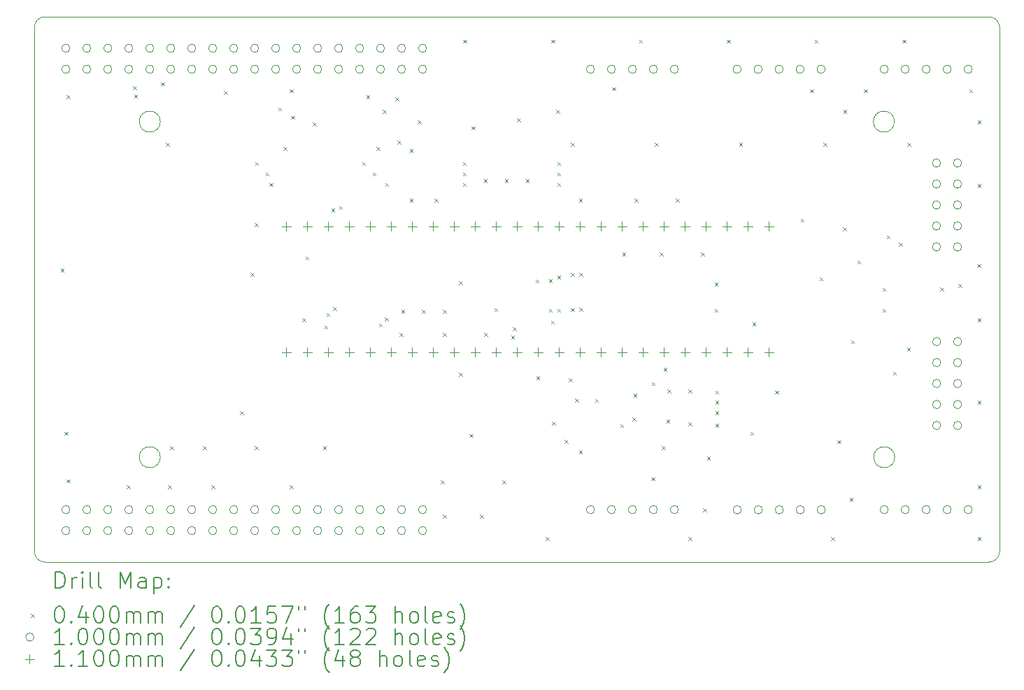
<source format=gbr>
%TF.GenerationSoftware,KiCad,Pcbnew,7.0.10-7.0.10~ubuntu22.04.1*%
%TF.CreationDate,2024-01-06T14:48:30-05:00*%
%TF.ProjectId,Teensy41_DualMotor,5465656e-7379-4343-915f-4475616c4d6f,1*%
%TF.SameCoordinates,Original*%
%TF.FileFunction,Drillmap*%
%TF.FilePolarity,Positive*%
%FSLAX45Y45*%
G04 Gerber Fmt 4.5, Leading zero omitted, Abs format (unit mm)*
G04 Created by KiCad (PCBNEW 7.0.10-7.0.10~ubuntu22.04.1) date 2024-01-06 14:48:30*
%MOMM*%
%LPD*%
G01*
G04 APERTURE LIST*
%ADD10C,0.100000*%
%ADD11C,0.200000*%
%ADD12C,0.110000*%
G04 APERTURE END LIST*
D10*
X14097772Y-8254972D02*
G75*
G03*
X13970000Y-8128000I-131772J-4828D01*
G01*
X12827000Y-13462000D02*
G75*
G03*
X12573000Y-13462000I-127000J0D01*
G01*
X12573000Y-13462000D02*
G75*
G03*
X12827000Y-13462000I127000J0D01*
G01*
X2413000Y-14554200D02*
X2413000Y-14605000D01*
X12823462Y-9398000D02*
G75*
G03*
X12569462Y-9398000I-127000J0D01*
G01*
X12569462Y-9398000D02*
G75*
G03*
X12823462Y-9398000I127000J0D01*
G01*
X13970000Y-8128000D02*
X2540000Y-8128000D01*
X2540000Y-14732000D02*
X13970000Y-14732000D01*
X13970000Y-14732000D02*
G75*
G03*
X14097000Y-14605000I0J127000D01*
G01*
X2413000Y-8255000D02*
X2413000Y-14554200D01*
X2540000Y-8128000D02*
G75*
G03*
X2413000Y-8255000I0J-127000D01*
G01*
X3937000Y-13462000D02*
G75*
G03*
X3683000Y-13462000I-127000J0D01*
G01*
X3683000Y-13462000D02*
G75*
G03*
X3937000Y-13462000I127000J0D01*
G01*
X2413000Y-14605000D02*
G75*
G03*
X2540000Y-14732000I127000J0D01*
G01*
X3937000Y-9398000D02*
G75*
G03*
X3683000Y-9398000I-127000J0D01*
G01*
X3683000Y-9398000D02*
G75*
G03*
X3937000Y-9398000I127000J0D01*
G01*
X14097000Y-14605000D02*
X14097000Y-8255000D01*
D11*
D10*
X2730000Y-11180000D02*
X2770000Y-11220000D01*
X2770000Y-11180000D02*
X2730000Y-11220000D01*
X2780000Y-13155000D02*
X2820000Y-13195000D01*
X2820000Y-13155000D02*
X2780000Y-13195000D01*
X2805000Y-9080000D02*
X2845000Y-9120000D01*
X2845000Y-9080000D02*
X2805000Y-9120000D01*
X2805000Y-13730000D02*
X2845000Y-13770000D01*
X2845000Y-13730000D02*
X2805000Y-13770000D01*
X3530000Y-13805000D02*
X3570000Y-13845000D01*
X3570000Y-13805000D02*
X3530000Y-13845000D01*
X3609284Y-8966974D02*
X3649284Y-9006974D01*
X3649284Y-8966974D02*
X3609284Y-9006974D01*
X3618944Y-9066456D02*
X3658944Y-9106456D01*
X3658944Y-9066456D02*
X3618944Y-9106456D01*
X3942830Y-8920370D02*
X3982830Y-8960370D01*
X3982830Y-8920370D02*
X3942830Y-8960370D01*
X4005000Y-9655000D02*
X4045000Y-9695000D01*
X4045000Y-9655000D02*
X4005000Y-9695000D01*
X4030000Y-13805000D02*
X4070000Y-13845000D01*
X4070000Y-13805000D02*
X4030000Y-13845000D01*
X4055000Y-13330000D02*
X4095000Y-13370000D01*
X4095000Y-13330000D02*
X4055000Y-13370000D01*
X4455000Y-13330000D02*
X4495000Y-13370000D01*
X4495000Y-13330000D02*
X4455000Y-13370000D01*
X4555000Y-13805000D02*
X4595000Y-13845000D01*
X4595000Y-13805000D02*
X4555000Y-13845000D01*
X4705000Y-9030000D02*
X4745000Y-9070000D01*
X4745000Y-9030000D02*
X4705000Y-9070000D01*
X4905000Y-12905000D02*
X4945000Y-12945000D01*
X4945000Y-12905000D02*
X4905000Y-12945000D01*
X5030000Y-11230000D02*
X5070000Y-11270000D01*
X5070000Y-11230000D02*
X5030000Y-11270000D01*
X5080000Y-10630000D02*
X5120000Y-10670000D01*
X5120000Y-10630000D02*
X5080000Y-10670000D01*
X5080000Y-13330000D02*
X5120000Y-13370000D01*
X5120000Y-13330000D02*
X5080000Y-13370000D01*
X5084970Y-9886430D02*
X5124970Y-9926430D01*
X5124970Y-9886430D02*
X5084970Y-9926430D01*
X5211970Y-10013430D02*
X5251970Y-10053430D01*
X5251970Y-10013430D02*
X5211970Y-10053430D01*
X5256099Y-10140000D02*
X5296099Y-10180000D01*
X5296099Y-10140000D02*
X5256099Y-10180000D01*
X5364800Y-9225600D02*
X5404800Y-9265600D01*
X5404800Y-9225600D02*
X5364800Y-9265600D01*
X5430000Y-9705000D02*
X5470000Y-9745000D01*
X5470000Y-9705000D02*
X5430000Y-9745000D01*
X5505000Y-9005000D02*
X5545000Y-9045000D01*
X5545000Y-9005000D02*
X5505000Y-9045000D01*
X5505000Y-13805000D02*
X5545000Y-13845000D01*
X5545000Y-13805000D02*
X5505000Y-13845000D01*
X5522999Y-9327200D02*
X5562999Y-9367200D01*
X5562999Y-9327200D02*
X5522999Y-9367200D01*
X5655000Y-11780000D02*
X5695000Y-11820000D01*
X5695000Y-11780000D02*
X5655000Y-11820000D01*
X5695000Y-11029000D02*
X5735000Y-11069000D01*
X5735000Y-11029000D02*
X5695000Y-11069000D01*
X5780000Y-9405000D02*
X5820000Y-9445000D01*
X5820000Y-9405000D02*
X5780000Y-9445000D01*
X5905000Y-13330000D02*
X5945000Y-13370000D01*
X5945000Y-13330000D02*
X5905000Y-13370000D01*
X5923600Y-11867200D02*
X5963600Y-11907200D01*
X5963600Y-11867200D02*
X5923600Y-11907200D01*
X5949000Y-11714800D02*
X5989000Y-11754800D01*
X5989000Y-11714800D02*
X5949000Y-11754800D01*
X6006579Y-10451007D02*
X6046579Y-10491007D01*
X6046579Y-10451007D02*
X6006579Y-10491007D01*
X6027814Y-11642350D02*
X6067814Y-11682350D01*
X6067814Y-11642350D02*
X6027814Y-11682350D01*
X6101400Y-10419400D02*
X6141400Y-10459400D01*
X6141400Y-10419400D02*
X6101400Y-10459400D01*
X6380800Y-9886000D02*
X6420800Y-9926000D01*
X6420800Y-9886000D02*
X6380800Y-9926000D01*
X6430000Y-9080000D02*
X6470000Y-9120000D01*
X6470000Y-9080000D02*
X6430000Y-9120000D01*
X6507800Y-10013000D02*
X6547800Y-10053000D01*
X6547800Y-10013000D02*
X6507800Y-10053000D01*
X6555000Y-9705000D02*
X6595000Y-9745000D01*
X6595000Y-9705000D02*
X6555000Y-9745000D01*
X6582837Y-11841800D02*
X6622837Y-11881800D01*
X6622837Y-11841800D02*
X6582837Y-11881800D01*
X6630000Y-9255000D02*
X6670000Y-9295000D01*
X6670000Y-9255000D02*
X6630000Y-9295000D01*
X6654308Y-11769350D02*
X6694308Y-11809350D01*
X6694308Y-11769350D02*
X6654308Y-11809350D01*
X6660200Y-10140000D02*
X6700200Y-10180000D01*
X6700200Y-10140000D02*
X6660200Y-10180000D01*
X6780000Y-9105000D02*
X6820000Y-9145000D01*
X6820000Y-9105000D02*
X6780000Y-9145000D01*
X6805000Y-9630000D02*
X6845000Y-9670000D01*
X6845000Y-9630000D02*
X6805000Y-9670000D01*
X6830000Y-11955000D02*
X6870000Y-11995000D01*
X6870000Y-11955000D02*
X6830000Y-11995000D01*
X6855000Y-11680000D02*
X6895000Y-11720000D01*
X6895000Y-11680000D02*
X6855000Y-11720000D01*
X6955000Y-9730000D02*
X6995000Y-9770000D01*
X6995000Y-9730000D02*
X6955000Y-9770000D01*
X6955000Y-10330000D02*
X6995000Y-10370000D01*
X6995000Y-10330000D02*
X6955000Y-10370000D01*
X7055000Y-9380000D02*
X7095000Y-9420000D01*
X7095000Y-9380000D02*
X7055000Y-9420000D01*
X7105000Y-11680000D02*
X7145000Y-11720000D01*
X7145000Y-11680000D02*
X7105000Y-11720000D01*
X7255000Y-10330000D02*
X7295000Y-10370000D01*
X7295000Y-10330000D02*
X7255000Y-10370000D01*
X7330000Y-13740000D02*
X7370000Y-13780000D01*
X7370000Y-13740000D02*
X7330000Y-13780000D01*
X7355000Y-11680000D02*
X7395000Y-11720000D01*
X7395000Y-11680000D02*
X7355000Y-11720000D01*
X7355000Y-11955000D02*
X7395000Y-11995000D01*
X7395000Y-11955000D02*
X7355000Y-11995000D01*
X7355000Y-14155000D02*
X7395000Y-14195000D01*
X7395000Y-14155000D02*
X7355000Y-14195000D01*
X7553000Y-12441750D02*
X7593000Y-12481750D01*
X7593000Y-12441750D02*
X7553000Y-12481750D01*
X7555000Y-11330000D02*
X7595000Y-11370000D01*
X7595000Y-11330000D02*
X7555000Y-11370000D01*
X7600000Y-9886000D02*
X7640000Y-9926000D01*
X7640000Y-9886000D02*
X7600000Y-9926000D01*
X7600000Y-10013000D02*
X7640000Y-10053000D01*
X7640000Y-10013000D02*
X7600000Y-10053000D01*
X7600000Y-10140000D02*
X7640000Y-10180000D01*
X7640000Y-10140000D02*
X7600000Y-10180000D01*
X7605000Y-8405000D02*
X7645000Y-8445000D01*
X7645000Y-8405000D02*
X7605000Y-8445000D01*
X7680000Y-13180000D02*
X7720000Y-13220000D01*
X7720000Y-13180000D02*
X7680000Y-13220000D01*
X7705000Y-9455000D02*
X7745000Y-9495000D01*
X7745000Y-9455000D02*
X7705000Y-9495000D01*
X7805000Y-14155000D02*
X7845000Y-14195000D01*
X7845000Y-14155000D02*
X7805000Y-14195000D01*
X7854000Y-10090750D02*
X7894000Y-10130750D01*
X7894000Y-10090750D02*
X7854000Y-10130750D01*
X7855000Y-11955000D02*
X7895000Y-11995000D01*
X7895000Y-11955000D02*
X7855000Y-11995000D01*
X7980000Y-11655000D02*
X8020000Y-11695000D01*
X8020000Y-11655000D02*
X7980000Y-11695000D01*
X8080000Y-13740000D02*
X8120000Y-13780000D01*
X8120000Y-13740000D02*
X8080000Y-13780000D01*
X8107481Y-10090750D02*
X8147481Y-10130750D01*
X8147481Y-10090750D02*
X8107481Y-10130750D01*
X8183311Y-11987279D02*
X8223311Y-12027279D01*
X8223311Y-11987279D02*
X8183311Y-12027279D01*
X8202857Y-11889259D02*
X8242857Y-11929259D01*
X8242857Y-11889259D02*
X8202857Y-11929259D01*
X8255000Y-9355000D02*
X8295000Y-9395000D01*
X8295000Y-9355000D02*
X8255000Y-9395000D01*
X8362000Y-10090750D02*
X8402000Y-10130750D01*
X8402000Y-10090750D02*
X8362000Y-10130750D01*
X8480000Y-11308400D02*
X8520000Y-11348400D01*
X8520000Y-11308400D02*
X8480000Y-11348400D01*
X8489000Y-12480000D02*
X8529000Y-12520000D01*
X8529000Y-12480000D02*
X8489000Y-12520000D01*
X8605000Y-14430000D02*
X8645000Y-14470000D01*
X8645000Y-14430000D02*
X8605000Y-14470000D01*
X8640970Y-11663570D02*
X8680970Y-11703570D01*
X8680970Y-11663570D02*
X8640970Y-11703570D01*
X8641400Y-11304694D02*
X8681400Y-11344694D01*
X8681400Y-11304694D02*
X8641400Y-11344694D01*
X8665487Y-11808471D02*
X8705487Y-11848471D01*
X8705487Y-11808471D02*
X8665487Y-11848471D01*
X8668333Y-8405000D02*
X8708333Y-8445000D01*
X8708333Y-8405000D02*
X8668333Y-8445000D01*
X8680000Y-13030000D02*
X8720000Y-13070000D01*
X8720000Y-13030000D02*
X8680000Y-13070000D01*
X8730000Y-9255000D02*
X8770000Y-9295000D01*
X8770000Y-9255000D02*
X8730000Y-9295000D01*
X8743000Y-9886000D02*
X8783000Y-9926000D01*
X8783000Y-9886000D02*
X8743000Y-9926000D01*
X8743000Y-10013000D02*
X8783000Y-10053000D01*
X8783000Y-10013000D02*
X8743000Y-10053000D01*
X8743000Y-10140000D02*
X8783000Y-10180000D01*
X8783000Y-10140000D02*
X8743000Y-10180000D01*
X8743000Y-11259742D02*
X8783000Y-11299742D01*
X8783000Y-11259742D02*
X8743000Y-11299742D01*
X8743000Y-11664000D02*
X8783000Y-11704000D01*
X8783000Y-11664000D02*
X8743000Y-11704000D01*
X8831470Y-13251070D02*
X8871470Y-13291070D01*
X8871470Y-13251070D02*
X8831470Y-13291070D01*
X8880000Y-12505000D02*
X8920000Y-12545000D01*
X8920000Y-12505000D02*
X8880000Y-12545000D01*
X8905000Y-9655000D02*
X8945000Y-9695000D01*
X8945000Y-9655000D02*
X8905000Y-9695000D01*
X8905000Y-11230000D02*
X8945000Y-11270000D01*
X8945000Y-11230000D02*
X8905000Y-11270000D01*
X8905000Y-11655000D02*
X8945000Y-11695000D01*
X8945000Y-11655000D02*
X8905000Y-11695000D01*
X8955000Y-12755000D02*
X8995000Y-12795000D01*
X8995000Y-12755000D02*
X8955000Y-12795000D01*
X9005000Y-10330000D02*
X9045000Y-10370000D01*
X9045000Y-10330000D02*
X9005000Y-10370000D01*
X9005000Y-13380000D02*
X9045000Y-13420000D01*
X9045000Y-13380000D02*
X9005000Y-13420000D01*
X9006265Y-11231265D02*
X9046265Y-11271265D01*
X9046265Y-11231265D02*
X9006265Y-11271265D01*
X9006859Y-11654452D02*
X9046859Y-11694452D01*
X9046859Y-11654452D02*
X9006859Y-11694452D01*
X9199698Y-12755698D02*
X9239698Y-12795698D01*
X9239698Y-12755698D02*
X9199698Y-12795698D01*
X9405000Y-8980000D02*
X9445000Y-9020000D01*
X9445000Y-8980000D02*
X9405000Y-9020000D01*
X9505000Y-13061000D02*
X9545000Y-13101000D01*
X9545000Y-13061000D02*
X9505000Y-13101000D01*
X9530000Y-10980000D02*
X9570000Y-11020000D01*
X9570000Y-10980000D02*
X9530000Y-11020000D01*
X9655000Y-12980000D02*
X9695000Y-13020000D01*
X9695000Y-12980000D02*
X9655000Y-13020000D01*
X9665219Y-12693703D02*
X9705219Y-12733703D01*
X9705219Y-12693703D02*
X9665219Y-12733703D01*
X9680000Y-10330000D02*
X9720000Y-10370000D01*
X9720000Y-10330000D02*
X9680000Y-10370000D01*
X9731667Y-8405000D02*
X9771667Y-8445000D01*
X9771667Y-8405000D02*
X9731667Y-8445000D01*
X9880000Y-13705000D02*
X9920000Y-13745000D01*
X9920000Y-13705000D02*
X9880000Y-13745000D01*
X9886000Y-12553000D02*
X9926000Y-12593000D01*
X9926000Y-12553000D02*
X9886000Y-12593000D01*
X9923750Y-9655000D02*
X9963750Y-9695000D01*
X9963750Y-9655000D02*
X9923750Y-9695000D01*
X9980000Y-10980000D02*
X10020000Y-11020000D01*
X10020000Y-10980000D02*
X9980000Y-11020000D01*
X10005000Y-13330000D02*
X10045000Y-13370000D01*
X10045000Y-13330000D02*
X10005000Y-13370000D01*
X10030000Y-12380000D02*
X10070000Y-12420000D01*
X10070000Y-12380000D02*
X10030000Y-12420000D01*
X10064000Y-13007000D02*
X10104000Y-13047000D01*
X10104000Y-13007000D02*
X10064000Y-13047000D01*
X10074000Y-12641750D02*
X10114000Y-12681750D01*
X10114000Y-12641750D02*
X10074000Y-12681750D01*
X10180000Y-10330000D02*
X10220000Y-10370000D01*
X10220000Y-10330000D02*
X10180000Y-10370000D01*
X10328000Y-12641750D02*
X10368000Y-12681750D01*
X10368000Y-12641750D02*
X10328000Y-12681750D01*
X10330000Y-14430000D02*
X10370000Y-14470000D01*
X10370000Y-14430000D02*
X10330000Y-14470000D01*
X10331000Y-13040000D02*
X10371000Y-13080000D01*
X10371000Y-13040000D02*
X10331000Y-13080000D01*
X10480000Y-10980000D02*
X10520000Y-11020000D01*
X10520000Y-10980000D02*
X10480000Y-11020000D01*
X10505000Y-14080000D02*
X10545000Y-14120000D01*
X10545000Y-14080000D02*
X10505000Y-14120000D01*
X10555000Y-13455000D02*
X10595000Y-13495000D01*
X10595000Y-13455000D02*
X10555000Y-13495000D01*
X10648000Y-11349646D02*
X10688000Y-11389646D01*
X10688000Y-11349646D02*
X10648000Y-11389646D01*
X10648000Y-11664000D02*
X10688000Y-11704000D01*
X10688000Y-11664000D02*
X10648000Y-11704000D01*
X10655000Y-12655000D02*
X10695000Y-12695000D01*
X10695000Y-12655000D02*
X10655000Y-12695000D01*
X10655000Y-12780000D02*
X10695000Y-12820000D01*
X10695000Y-12780000D02*
X10655000Y-12820000D01*
X10655000Y-12905000D02*
X10695000Y-12945000D01*
X10695000Y-12905000D02*
X10655000Y-12945000D01*
X10655000Y-13055000D02*
X10695000Y-13095000D01*
X10695000Y-13055000D02*
X10655000Y-13095000D01*
X10795000Y-8405000D02*
X10835000Y-8445000D01*
X10835000Y-8405000D02*
X10795000Y-8445000D01*
X10942500Y-9655000D02*
X10982500Y-9695000D01*
X10982500Y-9655000D02*
X10942500Y-9695000D01*
X11080000Y-13155000D02*
X11120000Y-13195000D01*
X11120000Y-13155000D02*
X11080000Y-13195000D01*
X11105000Y-11830000D02*
X11145000Y-11870000D01*
X11145000Y-11830000D02*
X11105000Y-11870000D01*
X11380000Y-12655000D02*
X11420000Y-12695000D01*
X11420000Y-12655000D02*
X11380000Y-12695000D01*
X11689400Y-10571800D02*
X11729400Y-10611800D01*
X11729400Y-10571800D02*
X11689400Y-10611800D01*
X11805000Y-9005000D02*
X11845000Y-9045000D01*
X11845000Y-9005000D02*
X11805000Y-9045000D01*
X11858333Y-8405000D02*
X11898333Y-8445000D01*
X11898333Y-8405000D02*
X11858333Y-8445000D01*
X11918000Y-11283000D02*
X11958000Y-11323000D01*
X11958000Y-11283000D02*
X11918000Y-11323000D01*
X11961250Y-9655000D02*
X12001250Y-9695000D01*
X12001250Y-9655000D02*
X11961250Y-9695000D01*
X12055000Y-14430000D02*
X12095000Y-14470000D01*
X12095000Y-14430000D02*
X12055000Y-14470000D01*
X12130000Y-13255000D02*
X12170000Y-13295000D01*
X12170000Y-13255000D02*
X12130000Y-13295000D01*
X12199750Y-10675750D02*
X12239750Y-10715750D01*
X12239750Y-10675750D02*
X12199750Y-10715750D01*
X12205000Y-9255000D02*
X12245000Y-9295000D01*
X12245000Y-9255000D02*
X12205000Y-9295000D01*
X12280000Y-13955000D02*
X12320000Y-13995000D01*
X12320000Y-13955000D02*
X12280000Y-13995000D01*
X12299000Y-12045000D02*
X12339000Y-12085000D01*
X12339000Y-12045000D02*
X12299000Y-12085000D01*
X12375200Y-11079800D02*
X12415200Y-11119800D01*
X12415200Y-11079800D02*
X12375200Y-11119800D01*
X12455000Y-9005000D02*
X12495000Y-9045000D01*
X12495000Y-9005000D02*
X12455000Y-9045000D01*
X12680000Y-11410000D02*
X12720000Y-11450000D01*
X12720000Y-11410000D02*
X12680000Y-11450000D01*
X12680000Y-11664000D02*
X12720000Y-11704000D01*
X12720000Y-11664000D02*
X12680000Y-11704000D01*
X12730800Y-10775000D02*
X12770800Y-10815000D01*
X12770800Y-10775000D02*
X12730800Y-10815000D01*
X12807000Y-12426000D02*
X12847000Y-12466000D01*
X12847000Y-12426000D02*
X12807000Y-12466000D01*
X12880000Y-10864000D02*
X12920000Y-10904000D01*
X12920000Y-10864000D02*
X12880000Y-10904000D01*
X12921666Y-8405000D02*
X12961666Y-8445000D01*
X12961666Y-8405000D02*
X12921666Y-8445000D01*
X12974750Y-12131250D02*
X13014750Y-12171250D01*
X13014750Y-12131250D02*
X12974750Y-12171250D01*
X12980000Y-9655000D02*
X13020000Y-9695000D01*
X13020000Y-9655000D02*
X12980000Y-9695000D01*
X13380000Y-11405000D02*
X13420000Y-11445000D01*
X13420000Y-11405000D02*
X13380000Y-11445000D01*
X13598000Y-11364000D02*
X13638000Y-11404000D01*
X13638000Y-11364000D02*
X13598000Y-11404000D01*
X13730000Y-9005000D02*
X13770000Y-9045000D01*
X13770000Y-9005000D02*
X13730000Y-9045000D01*
X13828000Y-11123000D02*
X13868000Y-11163000D01*
X13868000Y-11123000D02*
X13828000Y-11163000D01*
X13830000Y-9380000D02*
X13870000Y-9420000D01*
X13870000Y-9380000D02*
X13830000Y-9420000D01*
X13830000Y-10155000D02*
X13870000Y-10195000D01*
X13870000Y-10155000D02*
X13830000Y-10195000D01*
X13830000Y-11780000D02*
X13870000Y-11820000D01*
X13870000Y-11780000D02*
X13830000Y-11820000D01*
X13830000Y-12780000D02*
X13870000Y-12820000D01*
X13870000Y-12780000D02*
X13830000Y-12820000D01*
X13830000Y-13805000D02*
X13870000Y-13845000D01*
X13870000Y-13805000D02*
X13830000Y-13845000D01*
X13830000Y-14430000D02*
X13870000Y-14470000D01*
X13870000Y-14430000D02*
X13830000Y-14470000D01*
X2844000Y-8509000D02*
G75*
G03*
X2744000Y-8509000I-50000J0D01*
G01*
X2744000Y-8509000D02*
G75*
G03*
X2844000Y-8509000I50000J0D01*
G01*
X2844000Y-8763000D02*
G75*
G03*
X2744000Y-8763000I-50000J0D01*
G01*
X2744000Y-8763000D02*
G75*
G03*
X2844000Y-8763000I50000J0D01*
G01*
X2844000Y-14097000D02*
G75*
G03*
X2744000Y-14097000I-50000J0D01*
G01*
X2744000Y-14097000D02*
G75*
G03*
X2844000Y-14097000I50000J0D01*
G01*
X2844000Y-14351000D02*
G75*
G03*
X2744000Y-14351000I-50000J0D01*
G01*
X2744000Y-14351000D02*
G75*
G03*
X2844000Y-14351000I50000J0D01*
G01*
X3098000Y-8509000D02*
G75*
G03*
X2998000Y-8509000I-50000J0D01*
G01*
X2998000Y-8509000D02*
G75*
G03*
X3098000Y-8509000I50000J0D01*
G01*
X3098000Y-8763000D02*
G75*
G03*
X2998000Y-8763000I-50000J0D01*
G01*
X2998000Y-8763000D02*
G75*
G03*
X3098000Y-8763000I50000J0D01*
G01*
X3098000Y-14097000D02*
G75*
G03*
X2998000Y-14097000I-50000J0D01*
G01*
X2998000Y-14097000D02*
G75*
G03*
X3098000Y-14097000I50000J0D01*
G01*
X3098000Y-14351000D02*
G75*
G03*
X2998000Y-14351000I-50000J0D01*
G01*
X2998000Y-14351000D02*
G75*
G03*
X3098000Y-14351000I50000J0D01*
G01*
X3352000Y-8509000D02*
G75*
G03*
X3252000Y-8509000I-50000J0D01*
G01*
X3252000Y-8509000D02*
G75*
G03*
X3352000Y-8509000I50000J0D01*
G01*
X3352000Y-8763000D02*
G75*
G03*
X3252000Y-8763000I-50000J0D01*
G01*
X3252000Y-8763000D02*
G75*
G03*
X3352000Y-8763000I50000J0D01*
G01*
X3352000Y-14097000D02*
G75*
G03*
X3252000Y-14097000I-50000J0D01*
G01*
X3252000Y-14097000D02*
G75*
G03*
X3352000Y-14097000I50000J0D01*
G01*
X3352000Y-14351000D02*
G75*
G03*
X3252000Y-14351000I-50000J0D01*
G01*
X3252000Y-14351000D02*
G75*
G03*
X3352000Y-14351000I50000J0D01*
G01*
X3606000Y-8509000D02*
G75*
G03*
X3506000Y-8509000I-50000J0D01*
G01*
X3506000Y-8509000D02*
G75*
G03*
X3606000Y-8509000I50000J0D01*
G01*
X3606000Y-8763000D02*
G75*
G03*
X3506000Y-8763000I-50000J0D01*
G01*
X3506000Y-8763000D02*
G75*
G03*
X3606000Y-8763000I50000J0D01*
G01*
X3606000Y-14097000D02*
G75*
G03*
X3506000Y-14097000I-50000J0D01*
G01*
X3506000Y-14097000D02*
G75*
G03*
X3606000Y-14097000I50000J0D01*
G01*
X3606000Y-14351000D02*
G75*
G03*
X3506000Y-14351000I-50000J0D01*
G01*
X3506000Y-14351000D02*
G75*
G03*
X3606000Y-14351000I50000J0D01*
G01*
X3860000Y-8509000D02*
G75*
G03*
X3760000Y-8509000I-50000J0D01*
G01*
X3760000Y-8509000D02*
G75*
G03*
X3860000Y-8509000I50000J0D01*
G01*
X3860000Y-8763000D02*
G75*
G03*
X3760000Y-8763000I-50000J0D01*
G01*
X3760000Y-8763000D02*
G75*
G03*
X3860000Y-8763000I50000J0D01*
G01*
X3860000Y-14097000D02*
G75*
G03*
X3760000Y-14097000I-50000J0D01*
G01*
X3760000Y-14097000D02*
G75*
G03*
X3860000Y-14097000I50000J0D01*
G01*
X3860000Y-14351000D02*
G75*
G03*
X3760000Y-14351000I-50000J0D01*
G01*
X3760000Y-14351000D02*
G75*
G03*
X3860000Y-14351000I50000J0D01*
G01*
X4114000Y-8509000D02*
G75*
G03*
X4014000Y-8509000I-50000J0D01*
G01*
X4014000Y-8509000D02*
G75*
G03*
X4114000Y-8509000I50000J0D01*
G01*
X4114000Y-8763000D02*
G75*
G03*
X4014000Y-8763000I-50000J0D01*
G01*
X4014000Y-8763000D02*
G75*
G03*
X4114000Y-8763000I50000J0D01*
G01*
X4114000Y-14097000D02*
G75*
G03*
X4014000Y-14097000I-50000J0D01*
G01*
X4014000Y-14097000D02*
G75*
G03*
X4114000Y-14097000I50000J0D01*
G01*
X4114000Y-14351000D02*
G75*
G03*
X4014000Y-14351000I-50000J0D01*
G01*
X4014000Y-14351000D02*
G75*
G03*
X4114000Y-14351000I50000J0D01*
G01*
X4368000Y-8509000D02*
G75*
G03*
X4268000Y-8509000I-50000J0D01*
G01*
X4268000Y-8509000D02*
G75*
G03*
X4368000Y-8509000I50000J0D01*
G01*
X4368000Y-8763000D02*
G75*
G03*
X4268000Y-8763000I-50000J0D01*
G01*
X4268000Y-8763000D02*
G75*
G03*
X4368000Y-8763000I50000J0D01*
G01*
X4368000Y-14097000D02*
G75*
G03*
X4268000Y-14097000I-50000J0D01*
G01*
X4268000Y-14097000D02*
G75*
G03*
X4368000Y-14097000I50000J0D01*
G01*
X4368000Y-14351000D02*
G75*
G03*
X4268000Y-14351000I-50000J0D01*
G01*
X4268000Y-14351000D02*
G75*
G03*
X4368000Y-14351000I50000J0D01*
G01*
X4622000Y-8509000D02*
G75*
G03*
X4522000Y-8509000I-50000J0D01*
G01*
X4522000Y-8509000D02*
G75*
G03*
X4622000Y-8509000I50000J0D01*
G01*
X4622000Y-8763000D02*
G75*
G03*
X4522000Y-8763000I-50000J0D01*
G01*
X4522000Y-8763000D02*
G75*
G03*
X4622000Y-8763000I50000J0D01*
G01*
X4622000Y-14097000D02*
G75*
G03*
X4522000Y-14097000I-50000J0D01*
G01*
X4522000Y-14097000D02*
G75*
G03*
X4622000Y-14097000I50000J0D01*
G01*
X4622000Y-14351000D02*
G75*
G03*
X4522000Y-14351000I-50000J0D01*
G01*
X4522000Y-14351000D02*
G75*
G03*
X4622000Y-14351000I50000J0D01*
G01*
X4876000Y-8509000D02*
G75*
G03*
X4776000Y-8509000I-50000J0D01*
G01*
X4776000Y-8509000D02*
G75*
G03*
X4876000Y-8509000I50000J0D01*
G01*
X4876000Y-8763000D02*
G75*
G03*
X4776000Y-8763000I-50000J0D01*
G01*
X4776000Y-8763000D02*
G75*
G03*
X4876000Y-8763000I50000J0D01*
G01*
X4876000Y-14097000D02*
G75*
G03*
X4776000Y-14097000I-50000J0D01*
G01*
X4776000Y-14097000D02*
G75*
G03*
X4876000Y-14097000I50000J0D01*
G01*
X4876000Y-14351000D02*
G75*
G03*
X4776000Y-14351000I-50000J0D01*
G01*
X4776000Y-14351000D02*
G75*
G03*
X4876000Y-14351000I50000J0D01*
G01*
X5130000Y-8509000D02*
G75*
G03*
X5030000Y-8509000I-50000J0D01*
G01*
X5030000Y-8509000D02*
G75*
G03*
X5130000Y-8509000I50000J0D01*
G01*
X5130000Y-8763000D02*
G75*
G03*
X5030000Y-8763000I-50000J0D01*
G01*
X5030000Y-8763000D02*
G75*
G03*
X5130000Y-8763000I50000J0D01*
G01*
X5130000Y-14097000D02*
G75*
G03*
X5030000Y-14097000I-50000J0D01*
G01*
X5030000Y-14097000D02*
G75*
G03*
X5130000Y-14097000I50000J0D01*
G01*
X5130000Y-14351000D02*
G75*
G03*
X5030000Y-14351000I-50000J0D01*
G01*
X5030000Y-14351000D02*
G75*
G03*
X5130000Y-14351000I50000J0D01*
G01*
X5384000Y-8509000D02*
G75*
G03*
X5284000Y-8509000I-50000J0D01*
G01*
X5284000Y-8509000D02*
G75*
G03*
X5384000Y-8509000I50000J0D01*
G01*
X5384000Y-8763000D02*
G75*
G03*
X5284000Y-8763000I-50000J0D01*
G01*
X5284000Y-8763000D02*
G75*
G03*
X5384000Y-8763000I50000J0D01*
G01*
X5384000Y-14097000D02*
G75*
G03*
X5284000Y-14097000I-50000J0D01*
G01*
X5284000Y-14097000D02*
G75*
G03*
X5384000Y-14097000I50000J0D01*
G01*
X5384000Y-14351000D02*
G75*
G03*
X5284000Y-14351000I-50000J0D01*
G01*
X5284000Y-14351000D02*
G75*
G03*
X5384000Y-14351000I50000J0D01*
G01*
X5638000Y-8509000D02*
G75*
G03*
X5538000Y-8509000I-50000J0D01*
G01*
X5538000Y-8509000D02*
G75*
G03*
X5638000Y-8509000I50000J0D01*
G01*
X5638000Y-8763000D02*
G75*
G03*
X5538000Y-8763000I-50000J0D01*
G01*
X5538000Y-8763000D02*
G75*
G03*
X5638000Y-8763000I50000J0D01*
G01*
X5638000Y-14097000D02*
G75*
G03*
X5538000Y-14097000I-50000J0D01*
G01*
X5538000Y-14097000D02*
G75*
G03*
X5638000Y-14097000I50000J0D01*
G01*
X5638000Y-14351000D02*
G75*
G03*
X5538000Y-14351000I-50000J0D01*
G01*
X5538000Y-14351000D02*
G75*
G03*
X5638000Y-14351000I50000J0D01*
G01*
X5892000Y-8509000D02*
G75*
G03*
X5792000Y-8509000I-50000J0D01*
G01*
X5792000Y-8509000D02*
G75*
G03*
X5892000Y-8509000I50000J0D01*
G01*
X5892000Y-8763000D02*
G75*
G03*
X5792000Y-8763000I-50000J0D01*
G01*
X5792000Y-8763000D02*
G75*
G03*
X5892000Y-8763000I50000J0D01*
G01*
X5892000Y-14097000D02*
G75*
G03*
X5792000Y-14097000I-50000J0D01*
G01*
X5792000Y-14097000D02*
G75*
G03*
X5892000Y-14097000I50000J0D01*
G01*
X5892000Y-14351000D02*
G75*
G03*
X5792000Y-14351000I-50000J0D01*
G01*
X5792000Y-14351000D02*
G75*
G03*
X5892000Y-14351000I50000J0D01*
G01*
X6146000Y-8509000D02*
G75*
G03*
X6046000Y-8509000I-50000J0D01*
G01*
X6046000Y-8509000D02*
G75*
G03*
X6146000Y-8509000I50000J0D01*
G01*
X6146000Y-8763000D02*
G75*
G03*
X6046000Y-8763000I-50000J0D01*
G01*
X6046000Y-8763000D02*
G75*
G03*
X6146000Y-8763000I50000J0D01*
G01*
X6146000Y-14097000D02*
G75*
G03*
X6046000Y-14097000I-50000J0D01*
G01*
X6046000Y-14097000D02*
G75*
G03*
X6146000Y-14097000I50000J0D01*
G01*
X6146000Y-14351000D02*
G75*
G03*
X6046000Y-14351000I-50000J0D01*
G01*
X6046000Y-14351000D02*
G75*
G03*
X6146000Y-14351000I50000J0D01*
G01*
X6400000Y-8509000D02*
G75*
G03*
X6300000Y-8509000I-50000J0D01*
G01*
X6300000Y-8509000D02*
G75*
G03*
X6400000Y-8509000I50000J0D01*
G01*
X6400000Y-8763000D02*
G75*
G03*
X6300000Y-8763000I-50000J0D01*
G01*
X6300000Y-8763000D02*
G75*
G03*
X6400000Y-8763000I50000J0D01*
G01*
X6400000Y-14097000D02*
G75*
G03*
X6300000Y-14097000I-50000J0D01*
G01*
X6300000Y-14097000D02*
G75*
G03*
X6400000Y-14097000I50000J0D01*
G01*
X6400000Y-14351000D02*
G75*
G03*
X6300000Y-14351000I-50000J0D01*
G01*
X6300000Y-14351000D02*
G75*
G03*
X6400000Y-14351000I50000J0D01*
G01*
X6654000Y-8509000D02*
G75*
G03*
X6554000Y-8509000I-50000J0D01*
G01*
X6554000Y-8509000D02*
G75*
G03*
X6654000Y-8509000I50000J0D01*
G01*
X6654000Y-8763000D02*
G75*
G03*
X6554000Y-8763000I-50000J0D01*
G01*
X6554000Y-8763000D02*
G75*
G03*
X6654000Y-8763000I50000J0D01*
G01*
X6654000Y-14097000D02*
G75*
G03*
X6554000Y-14097000I-50000J0D01*
G01*
X6554000Y-14097000D02*
G75*
G03*
X6654000Y-14097000I50000J0D01*
G01*
X6654000Y-14351000D02*
G75*
G03*
X6554000Y-14351000I-50000J0D01*
G01*
X6554000Y-14351000D02*
G75*
G03*
X6654000Y-14351000I50000J0D01*
G01*
X6908000Y-8509000D02*
G75*
G03*
X6808000Y-8509000I-50000J0D01*
G01*
X6808000Y-8509000D02*
G75*
G03*
X6908000Y-8509000I50000J0D01*
G01*
X6908000Y-8763000D02*
G75*
G03*
X6808000Y-8763000I-50000J0D01*
G01*
X6808000Y-8763000D02*
G75*
G03*
X6908000Y-8763000I50000J0D01*
G01*
X6908000Y-14097000D02*
G75*
G03*
X6808000Y-14097000I-50000J0D01*
G01*
X6808000Y-14097000D02*
G75*
G03*
X6908000Y-14097000I50000J0D01*
G01*
X6908000Y-14351000D02*
G75*
G03*
X6808000Y-14351000I-50000J0D01*
G01*
X6808000Y-14351000D02*
G75*
G03*
X6908000Y-14351000I50000J0D01*
G01*
X7162000Y-8509000D02*
G75*
G03*
X7062000Y-8509000I-50000J0D01*
G01*
X7062000Y-8509000D02*
G75*
G03*
X7162000Y-8509000I50000J0D01*
G01*
X7162000Y-8763000D02*
G75*
G03*
X7062000Y-8763000I-50000J0D01*
G01*
X7062000Y-8763000D02*
G75*
G03*
X7162000Y-8763000I50000J0D01*
G01*
X7162000Y-14097000D02*
G75*
G03*
X7062000Y-14097000I-50000J0D01*
G01*
X7062000Y-14097000D02*
G75*
G03*
X7162000Y-14097000I50000J0D01*
G01*
X7162000Y-14351000D02*
G75*
G03*
X7062000Y-14351000I-50000J0D01*
G01*
X7062000Y-14351000D02*
G75*
G03*
X7162000Y-14351000I50000J0D01*
G01*
X9194000Y-8763000D02*
G75*
G03*
X9094000Y-8763000I-50000J0D01*
G01*
X9094000Y-8763000D02*
G75*
G03*
X9194000Y-8763000I50000J0D01*
G01*
X9194000Y-14097000D02*
G75*
G03*
X9094000Y-14097000I-50000J0D01*
G01*
X9094000Y-14097000D02*
G75*
G03*
X9194000Y-14097000I50000J0D01*
G01*
X9448000Y-8763000D02*
G75*
G03*
X9348000Y-8763000I-50000J0D01*
G01*
X9348000Y-8763000D02*
G75*
G03*
X9448000Y-8763000I50000J0D01*
G01*
X9448000Y-14097000D02*
G75*
G03*
X9348000Y-14097000I-50000J0D01*
G01*
X9348000Y-14097000D02*
G75*
G03*
X9448000Y-14097000I50000J0D01*
G01*
X9702000Y-8763000D02*
G75*
G03*
X9602000Y-8763000I-50000J0D01*
G01*
X9602000Y-8763000D02*
G75*
G03*
X9702000Y-8763000I50000J0D01*
G01*
X9702000Y-14097000D02*
G75*
G03*
X9602000Y-14097000I-50000J0D01*
G01*
X9602000Y-14097000D02*
G75*
G03*
X9702000Y-14097000I50000J0D01*
G01*
X9956000Y-8763000D02*
G75*
G03*
X9856000Y-8763000I-50000J0D01*
G01*
X9856000Y-8763000D02*
G75*
G03*
X9956000Y-8763000I50000J0D01*
G01*
X9956000Y-14097000D02*
G75*
G03*
X9856000Y-14097000I-50000J0D01*
G01*
X9856000Y-14097000D02*
G75*
G03*
X9956000Y-14097000I50000J0D01*
G01*
X10210000Y-8763000D02*
G75*
G03*
X10110000Y-8763000I-50000J0D01*
G01*
X10110000Y-8763000D02*
G75*
G03*
X10210000Y-8763000I50000J0D01*
G01*
X10210000Y-14097000D02*
G75*
G03*
X10110000Y-14097000I-50000J0D01*
G01*
X10110000Y-14097000D02*
G75*
G03*
X10210000Y-14097000I50000J0D01*
G01*
X10969000Y-8763000D02*
G75*
G03*
X10869000Y-8763000I-50000J0D01*
G01*
X10869000Y-8763000D02*
G75*
G03*
X10969000Y-8763000I50000J0D01*
G01*
X10972000Y-14099500D02*
G75*
G03*
X10872000Y-14099500I-50000J0D01*
G01*
X10872000Y-14099500D02*
G75*
G03*
X10972000Y-14099500I50000J0D01*
G01*
X11223000Y-8763000D02*
G75*
G03*
X11123000Y-8763000I-50000J0D01*
G01*
X11123000Y-8763000D02*
G75*
G03*
X11223000Y-8763000I50000J0D01*
G01*
X11226000Y-14099500D02*
G75*
G03*
X11126000Y-14099500I-50000J0D01*
G01*
X11126000Y-14099500D02*
G75*
G03*
X11226000Y-14099500I50000J0D01*
G01*
X11477000Y-8763000D02*
G75*
G03*
X11377000Y-8763000I-50000J0D01*
G01*
X11377000Y-8763000D02*
G75*
G03*
X11477000Y-8763000I50000J0D01*
G01*
X11480000Y-14099500D02*
G75*
G03*
X11380000Y-14099500I-50000J0D01*
G01*
X11380000Y-14099500D02*
G75*
G03*
X11480000Y-14099500I50000J0D01*
G01*
X11731000Y-8763000D02*
G75*
G03*
X11631000Y-8763000I-50000J0D01*
G01*
X11631000Y-8763000D02*
G75*
G03*
X11731000Y-8763000I50000J0D01*
G01*
X11734000Y-14099500D02*
G75*
G03*
X11634000Y-14099500I-50000J0D01*
G01*
X11634000Y-14099500D02*
G75*
G03*
X11734000Y-14099500I50000J0D01*
G01*
X11985000Y-8763000D02*
G75*
G03*
X11885000Y-8763000I-50000J0D01*
G01*
X11885000Y-8763000D02*
G75*
G03*
X11985000Y-8763000I50000J0D01*
G01*
X11988000Y-14099500D02*
G75*
G03*
X11888000Y-14099500I-50000J0D01*
G01*
X11888000Y-14099500D02*
G75*
G03*
X11988000Y-14099500I50000J0D01*
G01*
X12750000Y-8763000D02*
G75*
G03*
X12650000Y-8763000I-50000J0D01*
G01*
X12650000Y-8763000D02*
G75*
G03*
X12750000Y-8763000I50000J0D01*
G01*
X12750000Y-14097000D02*
G75*
G03*
X12650000Y-14097000I-50000J0D01*
G01*
X12650000Y-14097000D02*
G75*
G03*
X12750000Y-14097000I50000J0D01*
G01*
X13004000Y-8763000D02*
G75*
G03*
X12904000Y-8763000I-50000J0D01*
G01*
X12904000Y-8763000D02*
G75*
G03*
X13004000Y-8763000I50000J0D01*
G01*
X13004000Y-14097000D02*
G75*
G03*
X12904000Y-14097000I-50000J0D01*
G01*
X12904000Y-14097000D02*
G75*
G03*
X13004000Y-14097000I50000J0D01*
G01*
X13258000Y-8763000D02*
G75*
G03*
X13158000Y-8763000I-50000J0D01*
G01*
X13158000Y-8763000D02*
G75*
G03*
X13258000Y-8763000I50000J0D01*
G01*
X13258000Y-14097000D02*
G75*
G03*
X13158000Y-14097000I-50000J0D01*
G01*
X13158000Y-14097000D02*
G75*
G03*
X13258000Y-14097000I50000J0D01*
G01*
X13383000Y-9900000D02*
G75*
G03*
X13283000Y-9900000I-50000J0D01*
G01*
X13283000Y-9900000D02*
G75*
G03*
X13383000Y-9900000I50000J0D01*
G01*
X13383000Y-10154000D02*
G75*
G03*
X13283000Y-10154000I-50000J0D01*
G01*
X13283000Y-10154000D02*
G75*
G03*
X13383000Y-10154000I50000J0D01*
G01*
X13383000Y-10408000D02*
G75*
G03*
X13283000Y-10408000I-50000J0D01*
G01*
X13283000Y-10408000D02*
G75*
G03*
X13383000Y-10408000I50000J0D01*
G01*
X13383000Y-10662000D02*
G75*
G03*
X13283000Y-10662000I-50000J0D01*
G01*
X13283000Y-10662000D02*
G75*
G03*
X13383000Y-10662000I50000J0D01*
G01*
X13383000Y-10916000D02*
G75*
G03*
X13283000Y-10916000I-50000J0D01*
G01*
X13283000Y-10916000D02*
G75*
G03*
X13383000Y-10916000I50000J0D01*
G01*
X13385000Y-12062000D02*
G75*
G03*
X13285000Y-12062000I-50000J0D01*
G01*
X13285000Y-12062000D02*
G75*
G03*
X13385000Y-12062000I50000J0D01*
G01*
X13385000Y-12316000D02*
G75*
G03*
X13285000Y-12316000I-50000J0D01*
G01*
X13285000Y-12316000D02*
G75*
G03*
X13385000Y-12316000I50000J0D01*
G01*
X13385000Y-12570000D02*
G75*
G03*
X13285000Y-12570000I-50000J0D01*
G01*
X13285000Y-12570000D02*
G75*
G03*
X13385000Y-12570000I50000J0D01*
G01*
X13385000Y-12824000D02*
G75*
G03*
X13285000Y-12824000I-50000J0D01*
G01*
X13285000Y-12824000D02*
G75*
G03*
X13385000Y-12824000I50000J0D01*
G01*
X13385000Y-13078000D02*
G75*
G03*
X13285000Y-13078000I-50000J0D01*
G01*
X13285000Y-13078000D02*
G75*
G03*
X13385000Y-13078000I50000J0D01*
G01*
X13512000Y-8763000D02*
G75*
G03*
X13412000Y-8763000I-50000J0D01*
G01*
X13412000Y-8763000D02*
G75*
G03*
X13512000Y-8763000I50000J0D01*
G01*
X13512000Y-14097000D02*
G75*
G03*
X13412000Y-14097000I-50000J0D01*
G01*
X13412000Y-14097000D02*
G75*
G03*
X13512000Y-14097000I50000J0D01*
G01*
X13637000Y-9900000D02*
G75*
G03*
X13537000Y-9900000I-50000J0D01*
G01*
X13537000Y-9900000D02*
G75*
G03*
X13637000Y-9900000I50000J0D01*
G01*
X13637000Y-10154000D02*
G75*
G03*
X13537000Y-10154000I-50000J0D01*
G01*
X13537000Y-10154000D02*
G75*
G03*
X13637000Y-10154000I50000J0D01*
G01*
X13637000Y-10408000D02*
G75*
G03*
X13537000Y-10408000I-50000J0D01*
G01*
X13537000Y-10408000D02*
G75*
G03*
X13637000Y-10408000I50000J0D01*
G01*
X13637000Y-10662000D02*
G75*
G03*
X13537000Y-10662000I-50000J0D01*
G01*
X13537000Y-10662000D02*
G75*
G03*
X13637000Y-10662000I50000J0D01*
G01*
X13637000Y-10916000D02*
G75*
G03*
X13537000Y-10916000I-50000J0D01*
G01*
X13537000Y-10916000D02*
G75*
G03*
X13637000Y-10916000I50000J0D01*
G01*
X13639000Y-12062000D02*
G75*
G03*
X13539000Y-12062000I-50000J0D01*
G01*
X13539000Y-12062000D02*
G75*
G03*
X13639000Y-12062000I50000J0D01*
G01*
X13639000Y-12316000D02*
G75*
G03*
X13539000Y-12316000I-50000J0D01*
G01*
X13539000Y-12316000D02*
G75*
G03*
X13639000Y-12316000I50000J0D01*
G01*
X13639000Y-12570000D02*
G75*
G03*
X13539000Y-12570000I-50000J0D01*
G01*
X13539000Y-12570000D02*
G75*
G03*
X13639000Y-12570000I50000J0D01*
G01*
X13639000Y-12824000D02*
G75*
G03*
X13539000Y-12824000I-50000J0D01*
G01*
X13539000Y-12824000D02*
G75*
G03*
X13639000Y-12824000I50000J0D01*
G01*
X13639000Y-13078000D02*
G75*
G03*
X13539000Y-13078000I-50000J0D01*
G01*
X13539000Y-13078000D02*
G75*
G03*
X13639000Y-13078000I50000J0D01*
G01*
X13766000Y-8763000D02*
G75*
G03*
X13666000Y-8763000I-50000J0D01*
G01*
X13666000Y-8763000D02*
G75*
G03*
X13766000Y-8763000I50000J0D01*
G01*
X13766000Y-14097000D02*
G75*
G03*
X13666000Y-14097000I-50000J0D01*
G01*
X13666000Y-14097000D02*
G75*
G03*
X13766000Y-14097000I50000J0D01*
G01*
D12*
X5461000Y-10613000D02*
X5461000Y-10723000D01*
X5406000Y-10668000D02*
X5516000Y-10668000D01*
X5461000Y-12137000D02*
X5461000Y-12247000D01*
X5406000Y-12192000D02*
X5516000Y-12192000D01*
X5715000Y-10613000D02*
X5715000Y-10723000D01*
X5660000Y-10668000D02*
X5770000Y-10668000D01*
X5715000Y-12137000D02*
X5715000Y-12247000D01*
X5660000Y-12192000D02*
X5770000Y-12192000D01*
X5969000Y-10613000D02*
X5969000Y-10723000D01*
X5914000Y-10668000D02*
X6024000Y-10668000D01*
X5969000Y-12137000D02*
X5969000Y-12247000D01*
X5914000Y-12192000D02*
X6024000Y-12192000D01*
X6223000Y-10613000D02*
X6223000Y-10723000D01*
X6168000Y-10668000D02*
X6278000Y-10668000D01*
X6223000Y-12137000D02*
X6223000Y-12247000D01*
X6168000Y-12192000D02*
X6278000Y-12192000D01*
X6477000Y-10613000D02*
X6477000Y-10723000D01*
X6422000Y-10668000D02*
X6532000Y-10668000D01*
X6477000Y-12137000D02*
X6477000Y-12247000D01*
X6422000Y-12192000D02*
X6532000Y-12192000D01*
X6731000Y-10613000D02*
X6731000Y-10723000D01*
X6676000Y-10668000D02*
X6786000Y-10668000D01*
X6731000Y-12137000D02*
X6731000Y-12247000D01*
X6676000Y-12192000D02*
X6786000Y-12192000D01*
X6985000Y-10613000D02*
X6985000Y-10723000D01*
X6930000Y-10668000D02*
X7040000Y-10668000D01*
X6985000Y-12137000D02*
X6985000Y-12247000D01*
X6930000Y-12192000D02*
X7040000Y-12192000D01*
X7239000Y-10613000D02*
X7239000Y-10723000D01*
X7184000Y-10668000D02*
X7294000Y-10668000D01*
X7239000Y-12137000D02*
X7239000Y-12247000D01*
X7184000Y-12192000D02*
X7294000Y-12192000D01*
X7493000Y-10613000D02*
X7493000Y-10723000D01*
X7438000Y-10668000D02*
X7548000Y-10668000D01*
X7493000Y-12137000D02*
X7493000Y-12247000D01*
X7438000Y-12192000D02*
X7548000Y-12192000D01*
X7747000Y-10613000D02*
X7747000Y-10723000D01*
X7692000Y-10668000D02*
X7802000Y-10668000D01*
X7747000Y-12137000D02*
X7747000Y-12247000D01*
X7692000Y-12192000D02*
X7802000Y-12192000D01*
X8001000Y-10613000D02*
X8001000Y-10723000D01*
X7946000Y-10668000D02*
X8056000Y-10668000D01*
X8001000Y-12137000D02*
X8001000Y-12247000D01*
X7946000Y-12192000D02*
X8056000Y-12192000D01*
X8255000Y-10613000D02*
X8255000Y-10723000D01*
X8200000Y-10668000D02*
X8310000Y-10668000D01*
X8255000Y-12137000D02*
X8255000Y-12247000D01*
X8200000Y-12192000D02*
X8310000Y-12192000D01*
X8509000Y-10613000D02*
X8509000Y-10723000D01*
X8454000Y-10668000D02*
X8564000Y-10668000D01*
X8509000Y-12137000D02*
X8509000Y-12247000D01*
X8454000Y-12192000D02*
X8564000Y-12192000D01*
X8763000Y-10613000D02*
X8763000Y-10723000D01*
X8708000Y-10668000D02*
X8818000Y-10668000D01*
X8763000Y-12137000D02*
X8763000Y-12247000D01*
X8708000Y-12192000D02*
X8818000Y-12192000D01*
X9017000Y-10613000D02*
X9017000Y-10723000D01*
X8962000Y-10668000D02*
X9072000Y-10668000D01*
X9017000Y-12137000D02*
X9017000Y-12247000D01*
X8962000Y-12192000D02*
X9072000Y-12192000D01*
X9271000Y-10613000D02*
X9271000Y-10723000D01*
X9216000Y-10668000D02*
X9326000Y-10668000D01*
X9271000Y-12137000D02*
X9271000Y-12247000D01*
X9216000Y-12192000D02*
X9326000Y-12192000D01*
X9525000Y-10613000D02*
X9525000Y-10723000D01*
X9470000Y-10668000D02*
X9580000Y-10668000D01*
X9525000Y-12137000D02*
X9525000Y-12247000D01*
X9470000Y-12192000D02*
X9580000Y-12192000D01*
X9779000Y-10613000D02*
X9779000Y-10723000D01*
X9724000Y-10668000D02*
X9834000Y-10668000D01*
X9779000Y-12137000D02*
X9779000Y-12247000D01*
X9724000Y-12192000D02*
X9834000Y-12192000D01*
X10033000Y-10613000D02*
X10033000Y-10723000D01*
X9978000Y-10668000D02*
X10088000Y-10668000D01*
X10033000Y-12137000D02*
X10033000Y-12247000D01*
X9978000Y-12192000D02*
X10088000Y-12192000D01*
X10287000Y-10613000D02*
X10287000Y-10723000D01*
X10232000Y-10668000D02*
X10342000Y-10668000D01*
X10287000Y-12137000D02*
X10287000Y-12247000D01*
X10232000Y-12192000D02*
X10342000Y-12192000D01*
X10541000Y-10613000D02*
X10541000Y-10723000D01*
X10486000Y-10668000D02*
X10596000Y-10668000D01*
X10541000Y-12137000D02*
X10541000Y-12247000D01*
X10486000Y-12192000D02*
X10596000Y-12192000D01*
X10795000Y-10613000D02*
X10795000Y-10723000D01*
X10740000Y-10668000D02*
X10850000Y-10668000D01*
X10795000Y-12137000D02*
X10795000Y-12247000D01*
X10740000Y-12192000D02*
X10850000Y-12192000D01*
X11049000Y-10613000D02*
X11049000Y-10723000D01*
X10994000Y-10668000D02*
X11104000Y-10668000D01*
X11049000Y-12137000D02*
X11049000Y-12247000D01*
X10994000Y-12192000D02*
X11104000Y-12192000D01*
X11303000Y-10613000D02*
X11303000Y-10723000D01*
X11248000Y-10668000D02*
X11358000Y-10668000D01*
X11303000Y-12137000D02*
X11303000Y-12247000D01*
X11248000Y-12192000D02*
X11358000Y-12192000D01*
D11*
X2668777Y-15048484D02*
X2668777Y-14848484D01*
X2668777Y-14848484D02*
X2716396Y-14848484D01*
X2716396Y-14848484D02*
X2744967Y-14858008D01*
X2744967Y-14858008D02*
X2764015Y-14877055D01*
X2764015Y-14877055D02*
X2773539Y-14896103D01*
X2773539Y-14896103D02*
X2783063Y-14934198D01*
X2783063Y-14934198D02*
X2783063Y-14962769D01*
X2783063Y-14962769D02*
X2773539Y-15000865D01*
X2773539Y-15000865D02*
X2764015Y-15019912D01*
X2764015Y-15019912D02*
X2744967Y-15038960D01*
X2744967Y-15038960D02*
X2716396Y-15048484D01*
X2716396Y-15048484D02*
X2668777Y-15048484D01*
X2868777Y-15048484D02*
X2868777Y-14915150D01*
X2868777Y-14953246D02*
X2878301Y-14934198D01*
X2878301Y-14934198D02*
X2887824Y-14924674D01*
X2887824Y-14924674D02*
X2906872Y-14915150D01*
X2906872Y-14915150D02*
X2925920Y-14915150D01*
X2992586Y-15048484D02*
X2992586Y-14915150D01*
X2992586Y-14848484D02*
X2983062Y-14858008D01*
X2983062Y-14858008D02*
X2992586Y-14867531D01*
X2992586Y-14867531D02*
X3002110Y-14858008D01*
X3002110Y-14858008D02*
X2992586Y-14848484D01*
X2992586Y-14848484D02*
X2992586Y-14867531D01*
X3116396Y-15048484D02*
X3097348Y-15038960D01*
X3097348Y-15038960D02*
X3087824Y-15019912D01*
X3087824Y-15019912D02*
X3087824Y-14848484D01*
X3221158Y-15048484D02*
X3202110Y-15038960D01*
X3202110Y-15038960D02*
X3192586Y-15019912D01*
X3192586Y-15019912D02*
X3192586Y-14848484D01*
X3449729Y-15048484D02*
X3449729Y-14848484D01*
X3449729Y-14848484D02*
X3516396Y-14991341D01*
X3516396Y-14991341D02*
X3583062Y-14848484D01*
X3583062Y-14848484D02*
X3583062Y-15048484D01*
X3764015Y-15048484D02*
X3764015Y-14943722D01*
X3764015Y-14943722D02*
X3754491Y-14924674D01*
X3754491Y-14924674D02*
X3735443Y-14915150D01*
X3735443Y-14915150D02*
X3697348Y-14915150D01*
X3697348Y-14915150D02*
X3678301Y-14924674D01*
X3764015Y-15038960D02*
X3744967Y-15048484D01*
X3744967Y-15048484D02*
X3697348Y-15048484D01*
X3697348Y-15048484D02*
X3678301Y-15038960D01*
X3678301Y-15038960D02*
X3668777Y-15019912D01*
X3668777Y-15019912D02*
X3668777Y-15000865D01*
X3668777Y-15000865D02*
X3678301Y-14981817D01*
X3678301Y-14981817D02*
X3697348Y-14972293D01*
X3697348Y-14972293D02*
X3744967Y-14972293D01*
X3744967Y-14972293D02*
X3764015Y-14962769D01*
X3859253Y-14915150D02*
X3859253Y-15115150D01*
X3859253Y-14924674D02*
X3878301Y-14915150D01*
X3878301Y-14915150D02*
X3916396Y-14915150D01*
X3916396Y-14915150D02*
X3935443Y-14924674D01*
X3935443Y-14924674D02*
X3944967Y-14934198D01*
X3944967Y-14934198D02*
X3954491Y-14953246D01*
X3954491Y-14953246D02*
X3954491Y-15010388D01*
X3954491Y-15010388D02*
X3944967Y-15029436D01*
X3944967Y-15029436D02*
X3935443Y-15038960D01*
X3935443Y-15038960D02*
X3916396Y-15048484D01*
X3916396Y-15048484D02*
X3878301Y-15048484D01*
X3878301Y-15048484D02*
X3859253Y-15038960D01*
X4040205Y-15029436D02*
X4049729Y-15038960D01*
X4049729Y-15038960D02*
X4040205Y-15048484D01*
X4040205Y-15048484D02*
X4030682Y-15038960D01*
X4030682Y-15038960D02*
X4040205Y-15029436D01*
X4040205Y-15029436D02*
X4040205Y-15048484D01*
X4040205Y-14924674D02*
X4049729Y-14934198D01*
X4049729Y-14934198D02*
X4040205Y-14943722D01*
X4040205Y-14943722D02*
X4030682Y-14934198D01*
X4030682Y-14934198D02*
X4040205Y-14924674D01*
X4040205Y-14924674D02*
X4040205Y-14943722D01*
D10*
X2368000Y-15357000D02*
X2408000Y-15397000D01*
X2408000Y-15357000D02*
X2368000Y-15397000D01*
D11*
X2706872Y-15268484D02*
X2725920Y-15268484D01*
X2725920Y-15268484D02*
X2744967Y-15278008D01*
X2744967Y-15278008D02*
X2754491Y-15287531D01*
X2754491Y-15287531D02*
X2764015Y-15306579D01*
X2764015Y-15306579D02*
X2773539Y-15344674D01*
X2773539Y-15344674D02*
X2773539Y-15392293D01*
X2773539Y-15392293D02*
X2764015Y-15430388D01*
X2764015Y-15430388D02*
X2754491Y-15449436D01*
X2754491Y-15449436D02*
X2744967Y-15458960D01*
X2744967Y-15458960D02*
X2725920Y-15468484D01*
X2725920Y-15468484D02*
X2706872Y-15468484D01*
X2706872Y-15468484D02*
X2687824Y-15458960D01*
X2687824Y-15458960D02*
X2678301Y-15449436D01*
X2678301Y-15449436D02*
X2668777Y-15430388D01*
X2668777Y-15430388D02*
X2659253Y-15392293D01*
X2659253Y-15392293D02*
X2659253Y-15344674D01*
X2659253Y-15344674D02*
X2668777Y-15306579D01*
X2668777Y-15306579D02*
X2678301Y-15287531D01*
X2678301Y-15287531D02*
X2687824Y-15278008D01*
X2687824Y-15278008D02*
X2706872Y-15268484D01*
X2859253Y-15449436D02*
X2868777Y-15458960D01*
X2868777Y-15458960D02*
X2859253Y-15468484D01*
X2859253Y-15468484D02*
X2849729Y-15458960D01*
X2849729Y-15458960D02*
X2859253Y-15449436D01*
X2859253Y-15449436D02*
X2859253Y-15468484D01*
X3040205Y-15335150D02*
X3040205Y-15468484D01*
X2992586Y-15258960D02*
X2944967Y-15401817D01*
X2944967Y-15401817D02*
X3068777Y-15401817D01*
X3183062Y-15268484D02*
X3202110Y-15268484D01*
X3202110Y-15268484D02*
X3221158Y-15278008D01*
X3221158Y-15278008D02*
X3230682Y-15287531D01*
X3230682Y-15287531D02*
X3240205Y-15306579D01*
X3240205Y-15306579D02*
X3249729Y-15344674D01*
X3249729Y-15344674D02*
X3249729Y-15392293D01*
X3249729Y-15392293D02*
X3240205Y-15430388D01*
X3240205Y-15430388D02*
X3230682Y-15449436D01*
X3230682Y-15449436D02*
X3221158Y-15458960D01*
X3221158Y-15458960D02*
X3202110Y-15468484D01*
X3202110Y-15468484D02*
X3183062Y-15468484D01*
X3183062Y-15468484D02*
X3164015Y-15458960D01*
X3164015Y-15458960D02*
X3154491Y-15449436D01*
X3154491Y-15449436D02*
X3144967Y-15430388D01*
X3144967Y-15430388D02*
X3135443Y-15392293D01*
X3135443Y-15392293D02*
X3135443Y-15344674D01*
X3135443Y-15344674D02*
X3144967Y-15306579D01*
X3144967Y-15306579D02*
X3154491Y-15287531D01*
X3154491Y-15287531D02*
X3164015Y-15278008D01*
X3164015Y-15278008D02*
X3183062Y-15268484D01*
X3373539Y-15268484D02*
X3392586Y-15268484D01*
X3392586Y-15268484D02*
X3411634Y-15278008D01*
X3411634Y-15278008D02*
X3421158Y-15287531D01*
X3421158Y-15287531D02*
X3430682Y-15306579D01*
X3430682Y-15306579D02*
X3440205Y-15344674D01*
X3440205Y-15344674D02*
X3440205Y-15392293D01*
X3440205Y-15392293D02*
X3430682Y-15430388D01*
X3430682Y-15430388D02*
X3421158Y-15449436D01*
X3421158Y-15449436D02*
X3411634Y-15458960D01*
X3411634Y-15458960D02*
X3392586Y-15468484D01*
X3392586Y-15468484D02*
X3373539Y-15468484D01*
X3373539Y-15468484D02*
X3354491Y-15458960D01*
X3354491Y-15458960D02*
X3344967Y-15449436D01*
X3344967Y-15449436D02*
X3335443Y-15430388D01*
X3335443Y-15430388D02*
X3325920Y-15392293D01*
X3325920Y-15392293D02*
X3325920Y-15344674D01*
X3325920Y-15344674D02*
X3335443Y-15306579D01*
X3335443Y-15306579D02*
X3344967Y-15287531D01*
X3344967Y-15287531D02*
X3354491Y-15278008D01*
X3354491Y-15278008D02*
X3373539Y-15268484D01*
X3525920Y-15468484D02*
X3525920Y-15335150D01*
X3525920Y-15354198D02*
X3535443Y-15344674D01*
X3535443Y-15344674D02*
X3554491Y-15335150D01*
X3554491Y-15335150D02*
X3583063Y-15335150D01*
X3583063Y-15335150D02*
X3602110Y-15344674D01*
X3602110Y-15344674D02*
X3611634Y-15363722D01*
X3611634Y-15363722D02*
X3611634Y-15468484D01*
X3611634Y-15363722D02*
X3621158Y-15344674D01*
X3621158Y-15344674D02*
X3640205Y-15335150D01*
X3640205Y-15335150D02*
X3668777Y-15335150D01*
X3668777Y-15335150D02*
X3687824Y-15344674D01*
X3687824Y-15344674D02*
X3697348Y-15363722D01*
X3697348Y-15363722D02*
X3697348Y-15468484D01*
X3792586Y-15468484D02*
X3792586Y-15335150D01*
X3792586Y-15354198D02*
X3802110Y-15344674D01*
X3802110Y-15344674D02*
X3821158Y-15335150D01*
X3821158Y-15335150D02*
X3849729Y-15335150D01*
X3849729Y-15335150D02*
X3868777Y-15344674D01*
X3868777Y-15344674D02*
X3878301Y-15363722D01*
X3878301Y-15363722D02*
X3878301Y-15468484D01*
X3878301Y-15363722D02*
X3887824Y-15344674D01*
X3887824Y-15344674D02*
X3906872Y-15335150D01*
X3906872Y-15335150D02*
X3935443Y-15335150D01*
X3935443Y-15335150D02*
X3954491Y-15344674D01*
X3954491Y-15344674D02*
X3964015Y-15363722D01*
X3964015Y-15363722D02*
X3964015Y-15468484D01*
X4354491Y-15258960D02*
X4183063Y-15516103D01*
X4611634Y-15268484D02*
X4630682Y-15268484D01*
X4630682Y-15268484D02*
X4649729Y-15278008D01*
X4649729Y-15278008D02*
X4659253Y-15287531D01*
X4659253Y-15287531D02*
X4668777Y-15306579D01*
X4668777Y-15306579D02*
X4678301Y-15344674D01*
X4678301Y-15344674D02*
X4678301Y-15392293D01*
X4678301Y-15392293D02*
X4668777Y-15430388D01*
X4668777Y-15430388D02*
X4659253Y-15449436D01*
X4659253Y-15449436D02*
X4649729Y-15458960D01*
X4649729Y-15458960D02*
X4630682Y-15468484D01*
X4630682Y-15468484D02*
X4611634Y-15468484D01*
X4611634Y-15468484D02*
X4592587Y-15458960D01*
X4592587Y-15458960D02*
X4583063Y-15449436D01*
X4583063Y-15449436D02*
X4573539Y-15430388D01*
X4573539Y-15430388D02*
X4564015Y-15392293D01*
X4564015Y-15392293D02*
X4564015Y-15344674D01*
X4564015Y-15344674D02*
X4573539Y-15306579D01*
X4573539Y-15306579D02*
X4583063Y-15287531D01*
X4583063Y-15287531D02*
X4592587Y-15278008D01*
X4592587Y-15278008D02*
X4611634Y-15268484D01*
X4764015Y-15449436D02*
X4773539Y-15458960D01*
X4773539Y-15458960D02*
X4764015Y-15468484D01*
X4764015Y-15468484D02*
X4754491Y-15458960D01*
X4754491Y-15458960D02*
X4764015Y-15449436D01*
X4764015Y-15449436D02*
X4764015Y-15468484D01*
X4897348Y-15268484D02*
X4916396Y-15268484D01*
X4916396Y-15268484D02*
X4935444Y-15278008D01*
X4935444Y-15278008D02*
X4944968Y-15287531D01*
X4944968Y-15287531D02*
X4954491Y-15306579D01*
X4954491Y-15306579D02*
X4964015Y-15344674D01*
X4964015Y-15344674D02*
X4964015Y-15392293D01*
X4964015Y-15392293D02*
X4954491Y-15430388D01*
X4954491Y-15430388D02*
X4944968Y-15449436D01*
X4944968Y-15449436D02*
X4935444Y-15458960D01*
X4935444Y-15458960D02*
X4916396Y-15468484D01*
X4916396Y-15468484D02*
X4897348Y-15468484D01*
X4897348Y-15468484D02*
X4878301Y-15458960D01*
X4878301Y-15458960D02*
X4868777Y-15449436D01*
X4868777Y-15449436D02*
X4859253Y-15430388D01*
X4859253Y-15430388D02*
X4849729Y-15392293D01*
X4849729Y-15392293D02*
X4849729Y-15344674D01*
X4849729Y-15344674D02*
X4859253Y-15306579D01*
X4859253Y-15306579D02*
X4868777Y-15287531D01*
X4868777Y-15287531D02*
X4878301Y-15278008D01*
X4878301Y-15278008D02*
X4897348Y-15268484D01*
X5154491Y-15468484D02*
X5040206Y-15468484D01*
X5097348Y-15468484D02*
X5097348Y-15268484D01*
X5097348Y-15268484D02*
X5078301Y-15297055D01*
X5078301Y-15297055D02*
X5059253Y-15316103D01*
X5059253Y-15316103D02*
X5040206Y-15325627D01*
X5335444Y-15268484D02*
X5240206Y-15268484D01*
X5240206Y-15268484D02*
X5230682Y-15363722D01*
X5230682Y-15363722D02*
X5240206Y-15354198D01*
X5240206Y-15354198D02*
X5259253Y-15344674D01*
X5259253Y-15344674D02*
X5306872Y-15344674D01*
X5306872Y-15344674D02*
X5325920Y-15354198D01*
X5325920Y-15354198D02*
X5335444Y-15363722D01*
X5335444Y-15363722D02*
X5344968Y-15382769D01*
X5344968Y-15382769D02*
X5344968Y-15430388D01*
X5344968Y-15430388D02*
X5335444Y-15449436D01*
X5335444Y-15449436D02*
X5325920Y-15458960D01*
X5325920Y-15458960D02*
X5306872Y-15468484D01*
X5306872Y-15468484D02*
X5259253Y-15468484D01*
X5259253Y-15468484D02*
X5240206Y-15458960D01*
X5240206Y-15458960D02*
X5230682Y-15449436D01*
X5411634Y-15268484D02*
X5544968Y-15268484D01*
X5544968Y-15268484D02*
X5459253Y-15468484D01*
X5611634Y-15268484D02*
X5611634Y-15306579D01*
X5687825Y-15268484D02*
X5687825Y-15306579D01*
X5983063Y-15544674D02*
X5973539Y-15535150D01*
X5973539Y-15535150D02*
X5954491Y-15506579D01*
X5954491Y-15506579D02*
X5944968Y-15487531D01*
X5944968Y-15487531D02*
X5935444Y-15458960D01*
X5935444Y-15458960D02*
X5925920Y-15411341D01*
X5925920Y-15411341D02*
X5925920Y-15373246D01*
X5925920Y-15373246D02*
X5935444Y-15325627D01*
X5935444Y-15325627D02*
X5944968Y-15297055D01*
X5944968Y-15297055D02*
X5954491Y-15278008D01*
X5954491Y-15278008D02*
X5973539Y-15249436D01*
X5973539Y-15249436D02*
X5983063Y-15239912D01*
X6164015Y-15468484D02*
X6049729Y-15468484D01*
X6106872Y-15468484D02*
X6106872Y-15268484D01*
X6106872Y-15268484D02*
X6087825Y-15297055D01*
X6087825Y-15297055D02*
X6068777Y-15316103D01*
X6068777Y-15316103D02*
X6049729Y-15325627D01*
X6335444Y-15268484D02*
X6297348Y-15268484D01*
X6297348Y-15268484D02*
X6278301Y-15278008D01*
X6278301Y-15278008D02*
X6268777Y-15287531D01*
X6268777Y-15287531D02*
X6249729Y-15316103D01*
X6249729Y-15316103D02*
X6240206Y-15354198D01*
X6240206Y-15354198D02*
X6240206Y-15430388D01*
X6240206Y-15430388D02*
X6249729Y-15449436D01*
X6249729Y-15449436D02*
X6259253Y-15458960D01*
X6259253Y-15458960D02*
X6278301Y-15468484D01*
X6278301Y-15468484D02*
X6316396Y-15468484D01*
X6316396Y-15468484D02*
X6335444Y-15458960D01*
X6335444Y-15458960D02*
X6344968Y-15449436D01*
X6344968Y-15449436D02*
X6354491Y-15430388D01*
X6354491Y-15430388D02*
X6354491Y-15382769D01*
X6354491Y-15382769D02*
X6344968Y-15363722D01*
X6344968Y-15363722D02*
X6335444Y-15354198D01*
X6335444Y-15354198D02*
X6316396Y-15344674D01*
X6316396Y-15344674D02*
X6278301Y-15344674D01*
X6278301Y-15344674D02*
X6259253Y-15354198D01*
X6259253Y-15354198D02*
X6249729Y-15363722D01*
X6249729Y-15363722D02*
X6240206Y-15382769D01*
X6421158Y-15268484D02*
X6544968Y-15268484D01*
X6544968Y-15268484D02*
X6478301Y-15344674D01*
X6478301Y-15344674D02*
X6506872Y-15344674D01*
X6506872Y-15344674D02*
X6525920Y-15354198D01*
X6525920Y-15354198D02*
X6535444Y-15363722D01*
X6535444Y-15363722D02*
X6544968Y-15382769D01*
X6544968Y-15382769D02*
X6544968Y-15430388D01*
X6544968Y-15430388D02*
X6535444Y-15449436D01*
X6535444Y-15449436D02*
X6525920Y-15458960D01*
X6525920Y-15458960D02*
X6506872Y-15468484D01*
X6506872Y-15468484D02*
X6449729Y-15468484D01*
X6449729Y-15468484D02*
X6430682Y-15458960D01*
X6430682Y-15458960D02*
X6421158Y-15449436D01*
X6783063Y-15468484D02*
X6783063Y-15268484D01*
X6868777Y-15468484D02*
X6868777Y-15363722D01*
X6868777Y-15363722D02*
X6859253Y-15344674D01*
X6859253Y-15344674D02*
X6840206Y-15335150D01*
X6840206Y-15335150D02*
X6811634Y-15335150D01*
X6811634Y-15335150D02*
X6792587Y-15344674D01*
X6792587Y-15344674D02*
X6783063Y-15354198D01*
X6992587Y-15468484D02*
X6973539Y-15458960D01*
X6973539Y-15458960D02*
X6964015Y-15449436D01*
X6964015Y-15449436D02*
X6954491Y-15430388D01*
X6954491Y-15430388D02*
X6954491Y-15373246D01*
X6954491Y-15373246D02*
X6964015Y-15354198D01*
X6964015Y-15354198D02*
X6973539Y-15344674D01*
X6973539Y-15344674D02*
X6992587Y-15335150D01*
X6992587Y-15335150D02*
X7021158Y-15335150D01*
X7021158Y-15335150D02*
X7040206Y-15344674D01*
X7040206Y-15344674D02*
X7049730Y-15354198D01*
X7049730Y-15354198D02*
X7059253Y-15373246D01*
X7059253Y-15373246D02*
X7059253Y-15430388D01*
X7059253Y-15430388D02*
X7049730Y-15449436D01*
X7049730Y-15449436D02*
X7040206Y-15458960D01*
X7040206Y-15458960D02*
X7021158Y-15468484D01*
X7021158Y-15468484D02*
X6992587Y-15468484D01*
X7173539Y-15468484D02*
X7154491Y-15458960D01*
X7154491Y-15458960D02*
X7144968Y-15439912D01*
X7144968Y-15439912D02*
X7144968Y-15268484D01*
X7325920Y-15458960D02*
X7306872Y-15468484D01*
X7306872Y-15468484D02*
X7268777Y-15468484D01*
X7268777Y-15468484D02*
X7249730Y-15458960D01*
X7249730Y-15458960D02*
X7240206Y-15439912D01*
X7240206Y-15439912D02*
X7240206Y-15363722D01*
X7240206Y-15363722D02*
X7249730Y-15344674D01*
X7249730Y-15344674D02*
X7268777Y-15335150D01*
X7268777Y-15335150D02*
X7306872Y-15335150D01*
X7306872Y-15335150D02*
X7325920Y-15344674D01*
X7325920Y-15344674D02*
X7335444Y-15363722D01*
X7335444Y-15363722D02*
X7335444Y-15382769D01*
X7335444Y-15382769D02*
X7240206Y-15401817D01*
X7411634Y-15458960D02*
X7430682Y-15468484D01*
X7430682Y-15468484D02*
X7468777Y-15468484D01*
X7468777Y-15468484D02*
X7487825Y-15458960D01*
X7487825Y-15458960D02*
X7497349Y-15439912D01*
X7497349Y-15439912D02*
X7497349Y-15430388D01*
X7497349Y-15430388D02*
X7487825Y-15411341D01*
X7487825Y-15411341D02*
X7468777Y-15401817D01*
X7468777Y-15401817D02*
X7440206Y-15401817D01*
X7440206Y-15401817D02*
X7421158Y-15392293D01*
X7421158Y-15392293D02*
X7411634Y-15373246D01*
X7411634Y-15373246D02*
X7411634Y-15363722D01*
X7411634Y-15363722D02*
X7421158Y-15344674D01*
X7421158Y-15344674D02*
X7440206Y-15335150D01*
X7440206Y-15335150D02*
X7468777Y-15335150D01*
X7468777Y-15335150D02*
X7487825Y-15344674D01*
X7564015Y-15544674D02*
X7573539Y-15535150D01*
X7573539Y-15535150D02*
X7592587Y-15506579D01*
X7592587Y-15506579D02*
X7602111Y-15487531D01*
X7602111Y-15487531D02*
X7611634Y-15458960D01*
X7611634Y-15458960D02*
X7621158Y-15411341D01*
X7621158Y-15411341D02*
X7621158Y-15373246D01*
X7621158Y-15373246D02*
X7611634Y-15325627D01*
X7611634Y-15325627D02*
X7602111Y-15297055D01*
X7602111Y-15297055D02*
X7592587Y-15278008D01*
X7592587Y-15278008D02*
X7573539Y-15249436D01*
X7573539Y-15249436D02*
X7564015Y-15239912D01*
D10*
X2408000Y-15641000D02*
G75*
G03*
X2308000Y-15641000I-50000J0D01*
G01*
X2308000Y-15641000D02*
G75*
G03*
X2408000Y-15641000I50000J0D01*
G01*
D11*
X2773539Y-15732484D02*
X2659253Y-15732484D01*
X2716396Y-15732484D02*
X2716396Y-15532484D01*
X2716396Y-15532484D02*
X2697348Y-15561055D01*
X2697348Y-15561055D02*
X2678301Y-15580103D01*
X2678301Y-15580103D02*
X2659253Y-15589627D01*
X2859253Y-15713436D02*
X2868777Y-15722960D01*
X2868777Y-15722960D02*
X2859253Y-15732484D01*
X2859253Y-15732484D02*
X2849729Y-15722960D01*
X2849729Y-15722960D02*
X2859253Y-15713436D01*
X2859253Y-15713436D02*
X2859253Y-15732484D01*
X2992586Y-15532484D02*
X3011634Y-15532484D01*
X3011634Y-15532484D02*
X3030682Y-15542008D01*
X3030682Y-15542008D02*
X3040205Y-15551531D01*
X3040205Y-15551531D02*
X3049729Y-15570579D01*
X3049729Y-15570579D02*
X3059253Y-15608674D01*
X3059253Y-15608674D02*
X3059253Y-15656293D01*
X3059253Y-15656293D02*
X3049729Y-15694388D01*
X3049729Y-15694388D02*
X3040205Y-15713436D01*
X3040205Y-15713436D02*
X3030682Y-15722960D01*
X3030682Y-15722960D02*
X3011634Y-15732484D01*
X3011634Y-15732484D02*
X2992586Y-15732484D01*
X2992586Y-15732484D02*
X2973539Y-15722960D01*
X2973539Y-15722960D02*
X2964015Y-15713436D01*
X2964015Y-15713436D02*
X2954491Y-15694388D01*
X2954491Y-15694388D02*
X2944967Y-15656293D01*
X2944967Y-15656293D02*
X2944967Y-15608674D01*
X2944967Y-15608674D02*
X2954491Y-15570579D01*
X2954491Y-15570579D02*
X2964015Y-15551531D01*
X2964015Y-15551531D02*
X2973539Y-15542008D01*
X2973539Y-15542008D02*
X2992586Y-15532484D01*
X3183062Y-15532484D02*
X3202110Y-15532484D01*
X3202110Y-15532484D02*
X3221158Y-15542008D01*
X3221158Y-15542008D02*
X3230682Y-15551531D01*
X3230682Y-15551531D02*
X3240205Y-15570579D01*
X3240205Y-15570579D02*
X3249729Y-15608674D01*
X3249729Y-15608674D02*
X3249729Y-15656293D01*
X3249729Y-15656293D02*
X3240205Y-15694388D01*
X3240205Y-15694388D02*
X3230682Y-15713436D01*
X3230682Y-15713436D02*
X3221158Y-15722960D01*
X3221158Y-15722960D02*
X3202110Y-15732484D01*
X3202110Y-15732484D02*
X3183062Y-15732484D01*
X3183062Y-15732484D02*
X3164015Y-15722960D01*
X3164015Y-15722960D02*
X3154491Y-15713436D01*
X3154491Y-15713436D02*
X3144967Y-15694388D01*
X3144967Y-15694388D02*
X3135443Y-15656293D01*
X3135443Y-15656293D02*
X3135443Y-15608674D01*
X3135443Y-15608674D02*
X3144967Y-15570579D01*
X3144967Y-15570579D02*
X3154491Y-15551531D01*
X3154491Y-15551531D02*
X3164015Y-15542008D01*
X3164015Y-15542008D02*
X3183062Y-15532484D01*
X3373539Y-15532484D02*
X3392586Y-15532484D01*
X3392586Y-15532484D02*
X3411634Y-15542008D01*
X3411634Y-15542008D02*
X3421158Y-15551531D01*
X3421158Y-15551531D02*
X3430682Y-15570579D01*
X3430682Y-15570579D02*
X3440205Y-15608674D01*
X3440205Y-15608674D02*
X3440205Y-15656293D01*
X3440205Y-15656293D02*
X3430682Y-15694388D01*
X3430682Y-15694388D02*
X3421158Y-15713436D01*
X3421158Y-15713436D02*
X3411634Y-15722960D01*
X3411634Y-15722960D02*
X3392586Y-15732484D01*
X3392586Y-15732484D02*
X3373539Y-15732484D01*
X3373539Y-15732484D02*
X3354491Y-15722960D01*
X3354491Y-15722960D02*
X3344967Y-15713436D01*
X3344967Y-15713436D02*
X3335443Y-15694388D01*
X3335443Y-15694388D02*
X3325920Y-15656293D01*
X3325920Y-15656293D02*
X3325920Y-15608674D01*
X3325920Y-15608674D02*
X3335443Y-15570579D01*
X3335443Y-15570579D02*
X3344967Y-15551531D01*
X3344967Y-15551531D02*
X3354491Y-15542008D01*
X3354491Y-15542008D02*
X3373539Y-15532484D01*
X3525920Y-15732484D02*
X3525920Y-15599150D01*
X3525920Y-15618198D02*
X3535443Y-15608674D01*
X3535443Y-15608674D02*
X3554491Y-15599150D01*
X3554491Y-15599150D02*
X3583063Y-15599150D01*
X3583063Y-15599150D02*
X3602110Y-15608674D01*
X3602110Y-15608674D02*
X3611634Y-15627722D01*
X3611634Y-15627722D02*
X3611634Y-15732484D01*
X3611634Y-15627722D02*
X3621158Y-15608674D01*
X3621158Y-15608674D02*
X3640205Y-15599150D01*
X3640205Y-15599150D02*
X3668777Y-15599150D01*
X3668777Y-15599150D02*
X3687824Y-15608674D01*
X3687824Y-15608674D02*
X3697348Y-15627722D01*
X3697348Y-15627722D02*
X3697348Y-15732484D01*
X3792586Y-15732484D02*
X3792586Y-15599150D01*
X3792586Y-15618198D02*
X3802110Y-15608674D01*
X3802110Y-15608674D02*
X3821158Y-15599150D01*
X3821158Y-15599150D02*
X3849729Y-15599150D01*
X3849729Y-15599150D02*
X3868777Y-15608674D01*
X3868777Y-15608674D02*
X3878301Y-15627722D01*
X3878301Y-15627722D02*
X3878301Y-15732484D01*
X3878301Y-15627722D02*
X3887824Y-15608674D01*
X3887824Y-15608674D02*
X3906872Y-15599150D01*
X3906872Y-15599150D02*
X3935443Y-15599150D01*
X3935443Y-15599150D02*
X3954491Y-15608674D01*
X3954491Y-15608674D02*
X3964015Y-15627722D01*
X3964015Y-15627722D02*
X3964015Y-15732484D01*
X4354491Y-15522960D02*
X4183063Y-15780103D01*
X4611634Y-15532484D02*
X4630682Y-15532484D01*
X4630682Y-15532484D02*
X4649729Y-15542008D01*
X4649729Y-15542008D02*
X4659253Y-15551531D01*
X4659253Y-15551531D02*
X4668777Y-15570579D01*
X4668777Y-15570579D02*
X4678301Y-15608674D01*
X4678301Y-15608674D02*
X4678301Y-15656293D01*
X4678301Y-15656293D02*
X4668777Y-15694388D01*
X4668777Y-15694388D02*
X4659253Y-15713436D01*
X4659253Y-15713436D02*
X4649729Y-15722960D01*
X4649729Y-15722960D02*
X4630682Y-15732484D01*
X4630682Y-15732484D02*
X4611634Y-15732484D01*
X4611634Y-15732484D02*
X4592587Y-15722960D01*
X4592587Y-15722960D02*
X4583063Y-15713436D01*
X4583063Y-15713436D02*
X4573539Y-15694388D01*
X4573539Y-15694388D02*
X4564015Y-15656293D01*
X4564015Y-15656293D02*
X4564015Y-15608674D01*
X4564015Y-15608674D02*
X4573539Y-15570579D01*
X4573539Y-15570579D02*
X4583063Y-15551531D01*
X4583063Y-15551531D02*
X4592587Y-15542008D01*
X4592587Y-15542008D02*
X4611634Y-15532484D01*
X4764015Y-15713436D02*
X4773539Y-15722960D01*
X4773539Y-15722960D02*
X4764015Y-15732484D01*
X4764015Y-15732484D02*
X4754491Y-15722960D01*
X4754491Y-15722960D02*
X4764015Y-15713436D01*
X4764015Y-15713436D02*
X4764015Y-15732484D01*
X4897348Y-15532484D02*
X4916396Y-15532484D01*
X4916396Y-15532484D02*
X4935444Y-15542008D01*
X4935444Y-15542008D02*
X4944968Y-15551531D01*
X4944968Y-15551531D02*
X4954491Y-15570579D01*
X4954491Y-15570579D02*
X4964015Y-15608674D01*
X4964015Y-15608674D02*
X4964015Y-15656293D01*
X4964015Y-15656293D02*
X4954491Y-15694388D01*
X4954491Y-15694388D02*
X4944968Y-15713436D01*
X4944968Y-15713436D02*
X4935444Y-15722960D01*
X4935444Y-15722960D02*
X4916396Y-15732484D01*
X4916396Y-15732484D02*
X4897348Y-15732484D01*
X4897348Y-15732484D02*
X4878301Y-15722960D01*
X4878301Y-15722960D02*
X4868777Y-15713436D01*
X4868777Y-15713436D02*
X4859253Y-15694388D01*
X4859253Y-15694388D02*
X4849729Y-15656293D01*
X4849729Y-15656293D02*
X4849729Y-15608674D01*
X4849729Y-15608674D02*
X4859253Y-15570579D01*
X4859253Y-15570579D02*
X4868777Y-15551531D01*
X4868777Y-15551531D02*
X4878301Y-15542008D01*
X4878301Y-15542008D02*
X4897348Y-15532484D01*
X5030682Y-15532484D02*
X5154491Y-15532484D01*
X5154491Y-15532484D02*
X5087825Y-15608674D01*
X5087825Y-15608674D02*
X5116396Y-15608674D01*
X5116396Y-15608674D02*
X5135444Y-15618198D01*
X5135444Y-15618198D02*
X5144968Y-15627722D01*
X5144968Y-15627722D02*
X5154491Y-15646769D01*
X5154491Y-15646769D02*
X5154491Y-15694388D01*
X5154491Y-15694388D02*
X5144968Y-15713436D01*
X5144968Y-15713436D02*
X5135444Y-15722960D01*
X5135444Y-15722960D02*
X5116396Y-15732484D01*
X5116396Y-15732484D02*
X5059253Y-15732484D01*
X5059253Y-15732484D02*
X5040206Y-15722960D01*
X5040206Y-15722960D02*
X5030682Y-15713436D01*
X5249729Y-15732484D02*
X5287825Y-15732484D01*
X5287825Y-15732484D02*
X5306872Y-15722960D01*
X5306872Y-15722960D02*
X5316396Y-15713436D01*
X5316396Y-15713436D02*
X5335444Y-15684865D01*
X5335444Y-15684865D02*
X5344968Y-15646769D01*
X5344968Y-15646769D02*
X5344968Y-15570579D01*
X5344968Y-15570579D02*
X5335444Y-15551531D01*
X5335444Y-15551531D02*
X5325920Y-15542008D01*
X5325920Y-15542008D02*
X5306872Y-15532484D01*
X5306872Y-15532484D02*
X5268777Y-15532484D01*
X5268777Y-15532484D02*
X5249729Y-15542008D01*
X5249729Y-15542008D02*
X5240206Y-15551531D01*
X5240206Y-15551531D02*
X5230682Y-15570579D01*
X5230682Y-15570579D02*
X5230682Y-15618198D01*
X5230682Y-15618198D02*
X5240206Y-15637246D01*
X5240206Y-15637246D02*
X5249729Y-15646769D01*
X5249729Y-15646769D02*
X5268777Y-15656293D01*
X5268777Y-15656293D02*
X5306872Y-15656293D01*
X5306872Y-15656293D02*
X5325920Y-15646769D01*
X5325920Y-15646769D02*
X5335444Y-15637246D01*
X5335444Y-15637246D02*
X5344968Y-15618198D01*
X5516396Y-15599150D02*
X5516396Y-15732484D01*
X5468777Y-15522960D02*
X5421158Y-15665817D01*
X5421158Y-15665817D02*
X5544968Y-15665817D01*
X5611634Y-15532484D02*
X5611634Y-15570579D01*
X5687825Y-15532484D02*
X5687825Y-15570579D01*
X5983063Y-15808674D02*
X5973539Y-15799150D01*
X5973539Y-15799150D02*
X5954491Y-15770579D01*
X5954491Y-15770579D02*
X5944968Y-15751531D01*
X5944968Y-15751531D02*
X5935444Y-15722960D01*
X5935444Y-15722960D02*
X5925920Y-15675341D01*
X5925920Y-15675341D02*
X5925920Y-15637246D01*
X5925920Y-15637246D02*
X5935444Y-15589627D01*
X5935444Y-15589627D02*
X5944968Y-15561055D01*
X5944968Y-15561055D02*
X5954491Y-15542008D01*
X5954491Y-15542008D02*
X5973539Y-15513436D01*
X5973539Y-15513436D02*
X5983063Y-15503912D01*
X6164015Y-15732484D02*
X6049729Y-15732484D01*
X6106872Y-15732484D02*
X6106872Y-15532484D01*
X6106872Y-15532484D02*
X6087825Y-15561055D01*
X6087825Y-15561055D02*
X6068777Y-15580103D01*
X6068777Y-15580103D02*
X6049729Y-15589627D01*
X6240206Y-15551531D02*
X6249729Y-15542008D01*
X6249729Y-15542008D02*
X6268777Y-15532484D01*
X6268777Y-15532484D02*
X6316396Y-15532484D01*
X6316396Y-15532484D02*
X6335444Y-15542008D01*
X6335444Y-15542008D02*
X6344968Y-15551531D01*
X6344968Y-15551531D02*
X6354491Y-15570579D01*
X6354491Y-15570579D02*
X6354491Y-15589627D01*
X6354491Y-15589627D02*
X6344968Y-15618198D01*
X6344968Y-15618198D02*
X6230682Y-15732484D01*
X6230682Y-15732484D02*
X6354491Y-15732484D01*
X6430682Y-15551531D02*
X6440206Y-15542008D01*
X6440206Y-15542008D02*
X6459253Y-15532484D01*
X6459253Y-15532484D02*
X6506872Y-15532484D01*
X6506872Y-15532484D02*
X6525920Y-15542008D01*
X6525920Y-15542008D02*
X6535444Y-15551531D01*
X6535444Y-15551531D02*
X6544968Y-15570579D01*
X6544968Y-15570579D02*
X6544968Y-15589627D01*
X6544968Y-15589627D02*
X6535444Y-15618198D01*
X6535444Y-15618198D02*
X6421158Y-15732484D01*
X6421158Y-15732484D02*
X6544968Y-15732484D01*
X6783063Y-15732484D02*
X6783063Y-15532484D01*
X6868777Y-15732484D02*
X6868777Y-15627722D01*
X6868777Y-15627722D02*
X6859253Y-15608674D01*
X6859253Y-15608674D02*
X6840206Y-15599150D01*
X6840206Y-15599150D02*
X6811634Y-15599150D01*
X6811634Y-15599150D02*
X6792587Y-15608674D01*
X6792587Y-15608674D02*
X6783063Y-15618198D01*
X6992587Y-15732484D02*
X6973539Y-15722960D01*
X6973539Y-15722960D02*
X6964015Y-15713436D01*
X6964015Y-15713436D02*
X6954491Y-15694388D01*
X6954491Y-15694388D02*
X6954491Y-15637246D01*
X6954491Y-15637246D02*
X6964015Y-15618198D01*
X6964015Y-15618198D02*
X6973539Y-15608674D01*
X6973539Y-15608674D02*
X6992587Y-15599150D01*
X6992587Y-15599150D02*
X7021158Y-15599150D01*
X7021158Y-15599150D02*
X7040206Y-15608674D01*
X7040206Y-15608674D02*
X7049730Y-15618198D01*
X7049730Y-15618198D02*
X7059253Y-15637246D01*
X7059253Y-15637246D02*
X7059253Y-15694388D01*
X7059253Y-15694388D02*
X7049730Y-15713436D01*
X7049730Y-15713436D02*
X7040206Y-15722960D01*
X7040206Y-15722960D02*
X7021158Y-15732484D01*
X7021158Y-15732484D02*
X6992587Y-15732484D01*
X7173539Y-15732484D02*
X7154491Y-15722960D01*
X7154491Y-15722960D02*
X7144968Y-15703912D01*
X7144968Y-15703912D02*
X7144968Y-15532484D01*
X7325920Y-15722960D02*
X7306872Y-15732484D01*
X7306872Y-15732484D02*
X7268777Y-15732484D01*
X7268777Y-15732484D02*
X7249730Y-15722960D01*
X7249730Y-15722960D02*
X7240206Y-15703912D01*
X7240206Y-15703912D02*
X7240206Y-15627722D01*
X7240206Y-15627722D02*
X7249730Y-15608674D01*
X7249730Y-15608674D02*
X7268777Y-15599150D01*
X7268777Y-15599150D02*
X7306872Y-15599150D01*
X7306872Y-15599150D02*
X7325920Y-15608674D01*
X7325920Y-15608674D02*
X7335444Y-15627722D01*
X7335444Y-15627722D02*
X7335444Y-15646769D01*
X7335444Y-15646769D02*
X7240206Y-15665817D01*
X7411634Y-15722960D02*
X7430682Y-15732484D01*
X7430682Y-15732484D02*
X7468777Y-15732484D01*
X7468777Y-15732484D02*
X7487825Y-15722960D01*
X7487825Y-15722960D02*
X7497349Y-15703912D01*
X7497349Y-15703912D02*
X7497349Y-15694388D01*
X7497349Y-15694388D02*
X7487825Y-15675341D01*
X7487825Y-15675341D02*
X7468777Y-15665817D01*
X7468777Y-15665817D02*
X7440206Y-15665817D01*
X7440206Y-15665817D02*
X7421158Y-15656293D01*
X7421158Y-15656293D02*
X7411634Y-15637246D01*
X7411634Y-15637246D02*
X7411634Y-15627722D01*
X7411634Y-15627722D02*
X7421158Y-15608674D01*
X7421158Y-15608674D02*
X7440206Y-15599150D01*
X7440206Y-15599150D02*
X7468777Y-15599150D01*
X7468777Y-15599150D02*
X7487825Y-15608674D01*
X7564015Y-15808674D02*
X7573539Y-15799150D01*
X7573539Y-15799150D02*
X7592587Y-15770579D01*
X7592587Y-15770579D02*
X7602111Y-15751531D01*
X7602111Y-15751531D02*
X7611634Y-15722960D01*
X7611634Y-15722960D02*
X7621158Y-15675341D01*
X7621158Y-15675341D02*
X7621158Y-15637246D01*
X7621158Y-15637246D02*
X7611634Y-15589627D01*
X7611634Y-15589627D02*
X7602111Y-15561055D01*
X7602111Y-15561055D02*
X7592587Y-15542008D01*
X7592587Y-15542008D02*
X7573539Y-15513436D01*
X7573539Y-15513436D02*
X7564015Y-15503912D01*
D12*
X2353000Y-15850000D02*
X2353000Y-15960000D01*
X2298000Y-15905000D02*
X2408000Y-15905000D01*
D11*
X2773539Y-15996484D02*
X2659253Y-15996484D01*
X2716396Y-15996484D02*
X2716396Y-15796484D01*
X2716396Y-15796484D02*
X2697348Y-15825055D01*
X2697348Y-15825055D02*
X2678301Y-15844103D01*
X2678301Y-15844103D02*
X2659253Y-15853627D01*
X2859253Y-15977436D02*
X2868777Y-15986960D01*
X2868777Y-15986960D02*
X2859253Y-15996484D01*
X2859253Y-15996484D02*
X2849729Y-15986960D01*
X2849729Y-15986960D02*
X2859253Y-15977436D01*
X2859253Y-15977436D02*
X2859253Y-15996484D01*
X3059253Y-15996484D02*
X2944967Y-15996484D01*
X3002110Y-15996484D02*
X3002110Y-15796484D01*
X3002110Y-15796484D02*
X2983062Y-15825055D01*
X2983062Y-15825055D02*
X2964015Y-15844103D01*
X2964015Y-15844103D02*
X2944967Y-15853627D01*
X3183062Y-15796484D02*
X3202110Y-15796484D01*
X3202110Y-15796484D02*
X3221158Y-15806008D01*
X3221158Y-15806008D02*
X3230682Y-15815531D01*
X3230682Y-15815531D02*
X3240205Y-15834579D01*
X3240205Y-15834579D02*
X3249729Y-15872674D01*
X3249729Y-15872674D02*
X3249729Y-15920293D01*
X3249729Y-15920293D02*
X3240205Y-15958388D01*
X3240205Y-15958388D02*
X3230682Y-15977436D01*
X3230682Y-15977436D02*
X3221158Y-15986960D01*
X3221158Y-15986960D02*
X3202110Y-15996484D01*
X3202110Y-15996484D02*
X3183062Y-15996484D01*
X3183062Y-15996484D02*
X3164015Y-15986960D01*
X3164015Y-15986960D02*
X3154491Y-15977436D01*
X3154491Y-15977436D02*
X3144967Y-15958388D01*
X3144967Y-15958388D02*
X3135443Y-15920293D01*
X3135443Y-15920293D02*
X3135443Y-15872674D01*
X3135443Y-15872674D02*
X3144967Y-15834579D01*
X3144967Y-15834579D02*
X3154491Y-15815531D01*
X3154491Y-15815531D02*
X3164015Y-15806008D01*
X3164015Y-15806008D02*
X3183062Y-15796484D01*
X3373539Y-15796484D02*
X3392586Y-15796484D01*
X3392586Y-15796484D02*
X3411634Y-15806008D01*
X3411634Y-15806008D02*
X3421158Y-15815531D01*
X3421158Y-15815531D02*
X3430682Y-15834579D01*
X3430682Y-15834579D02*
X3440205Y-15872674D01*
X3440205Y-15872674D02*
X3440205Y-15920293D01*
X3440205Y-15920293D02*
X3430682Y-15958388D01*
X3430682Y-15958388D02*
X3421158Y-15977436D01*
X3421158Y-15977436D02*
X3411634Y-15986960D01*
X3411634Y-15986960D02*
X3392586Y-15996484D01*
X3392586Y-15996484D02*
X3373539Y-15996484D01*
X3373539Y-15996484D02*
X3354491Y-15986960D01*
X3354491Y-15986960D02*
X3344967Y-15977436D01*
X3344967Y-15977436D02*
X3335443Y-15958388D01*
X3335443Y-15958388D02*
X3325920Y-15920293D01*
X3325920Y-15920293D02*
X3325920Y-15872674D01*
X3325920Y-15872674D02*
X3335443Y-15834579D01*
X3335443Y-15834579D02*
X3344967Y-15815531D01*
X3344967Y-15815531D02*
X3354491Y-15806008D01*
X3354491Y-15806008D02*
X3373539Y-15796484D01*
X3525920Y-15996484D02*
X3525920Y-15863150D01*
X3525920Y-15882198D02*
X3535443Y-15872674D01*
X3535443Y-15872674D02*
X3554491Y-15863150D01*
X3554491Y-15863150D02*
X3583063Y-15863150D01*
X3583063Y-15863150D02*
X3602110Y-15872674D01*
X3602110Y-15872674D02*
X3611634Y-15891722D01*
X3611634Y-15891722D02*
X3611634Y-15996484D01*
X3611634Y-15891722D02*
X3621158Y-15872674D01*
X3621158Y-15872674D02*
X3640205Y-15863150D01*
X3640205Y-15863150D02*
X3668777Y-15863150D01*
X3668777Y-15863150D02*
X3687824Y-15872674D01*
X3687824Y-15872674D02*
X3697348Y-15891722D01*
X3697348Y-15891722D02*
X3697348Y-15996484D01*
X3792586Y-15996484D02*
X3792586Y-15863150D01*
X3792586Y-15882198D02*
X3802110Y-15872674D01*
X3802110Y-15872674D02*
X3821158Y-15863150D01*
X3821158Y-15863150D02*
X3849729Y-15863150D01*
X3849729Y-15863150D02*
X3868777Y-15872674D01*
X3868777Y-15872674D02*
X3878301Y-15891722D01*
X3878301Y-15891722D02*
X3878301Y-15996484D01*
X3878301Y-15891722D02*
X3887824Y-15872674D01*
X3887824Y-15872674D02*
X3906872Y-15863150D01*
X3906872Y-15863150D02*
X3935443Y-15863150D01*
X3935443Y-15863150D02*
X3954491Y-15872674D01*
X3954491Y-15872674D02*
X3964015Y-15891722D01*
X3964015Y-15891722D02*
X3964015Y-15996484D01*
X4354491Y-15786960D02*
X4183063Y-16044103D01*
X4611634Y-15796484D02*
X4630682Y-15796484D01*
X4630682Y-15796484D02*
X4649729Y-15806008D01*
X4649729Y-15806008D02*
X4659253Y-15815531D01*
X4659253Y-15815531D02*
X4668777Y-15834579D01*
X4668777Y-15834579D02*
X4678301Y-15872674D01*
X4678301Y-15872674D02*
X4678301Y-15920293D01*
X4678301Y-15920293D02*
X4668777Y-15958388D01*
X4668777Y-15958388D02*
X4659253Y-15977436D01*
X4659253Y-15977436D02*
X4649729Y-15986960D01*
X4649729Y-15986960D02*
X4630682Y-15996484D01*
X4630682Y-15996484D02*
X4611634Y-15996484D01*
X4611634Y-15996484D02*
X4592587Y-15986960D01*
X4592587Y-15986960D02*
X4583063Y-15977436D01*
X4583063Y-15977436D02*
X4573539Y-15958388D01*
X4573539Y-15958388D02*
X4564015Y-15920293D01*
X4564015Y-15920293D02*
X4564015Y-15872674D01*
X4564015Y-15872674D02*
X4573539Y-15834579D01*
X4573539Y-15834579D02*
X4583063Y-15815531D01*
X4583063Y-15815531D02*
X4592587Y-15806008D01*
X4592587Y-15806008D02*
X4611634Y-15796484D01*
X4764015Y-15977436D02*
X4773539Y-15986960D01*
X4773539Y-15986960D02*
X4764015Y-15996484D01*
X4764015Y-15996484D02*
X4754491Y-15986960D01*
X4754491Y-15986960D02*
X4764015Y-15977436D01*
X4764015Y-15977436D02*
X4764015Y-15996484D01*
X4897348Y-15796484D02*
X4916396Y-15796484D01*
X4916396Y-15796484D02*
X4935444Y-15806008D01*
X4935444Y-15806008D02*
X4944968Y-15815531D01*
X4944968Y-15815531D02*
X4954491Y-15834579D01*
X4954491Y-15834579D02*
X4964015Y-15872674D01*
X4964015Y-15872674D02*
X4964015Y-15920293D01*
X4964015Y-15920293D02*
X4954491Y-15958388D01*
X4954491Y-15958388D02*
X4944968Y-15977436D01*
X4944968Y-15977436D02*
X4935444Y-15986960D01*
X4935444Y-15986960D02*
X4916396Y-15996484D01*
X4916396Y-15996484D02*
X4897348Y-15996484D01*
X4897348Y-15996484D02*
X4878301Y-15986960D01*
X4878301Y-15986960D02*
X4868777Y-15977436D01*
X4868777Y-15977436D02*
X4859253Y-15958388D01*
X4859253Y-15958388D02*
X4849729Y-15920293D01*
X4849729Y-15920293D02*
X4849729Y-15872674D01*
X4849729Y-15872674D02*
X4859253Y-15834579D01*
X4859253Y-15834579D02*
X4868777Y-15815531D01*
X4868777Y-15815531D02*
X4878301Y-15806008D01*
X4878301Y-15806008D02*
X4897348Y-15796484D01*
X5135444Y-15863150D02*
X5135444Y-15996484D01*
X5087825Y-15786960D02*
X5040206Y-15929817D01*
X5040206Y-15929817D02*
X5164015Y-15929817D01*
X5221158Y-15796484D02*
X5344968Y-15796484D01*
X5344968Y-15796484D02*
X5278301Y-15872674D01*
X5278301Y-15872674D02*
X5306872Y-15872674D01*
X5306872Y-15872674D02*
X5325920Y-15882198D01*
X5325920Y-15882198D02*
X5335444Y-15891722D01*
X5335444Y-15891722D02*
X5344968Y-15910769D01*
X5344968Y-15910769D02*
X5344968Y-15958388D01*
X5344968Y-15958388D02*
X5335444Y-15977436D01*
X5335444Y-15977436D02*
X5325920Y-15986960D01*
X5325920Y-15986960D02*
X5306872Y-15996484D01*
X5306872Y-15996484D02*
X5249729Y-15996484D01*
X5249729Y-15996484D02*
X5230682Y-15986960D01*
X5230682Y-15986960D02*
X5221158Y-15977436D01*
X5411634Y-15796484D02*
X5535444Y-15796484D01*
X5535444Y-15796484D02*
X5468777Y-15872674D01*
X5468777Y-15872674D02*
X5497349Y-15872674D01*
X5497349Y-15872674D02*
X5516396Y-15882198D01*
X5516396Y-15882198D02*
X5525920Y-15891722D01*
X5525920Y-15891722D02*
X5535444Y-15910769D01*
X5535444Y-15910769D02*
X5535444Y-15958388D01*
X5535444Y-15958388D02*
X5525920Y-15977436D01*
X5525920Y-15977436D02*
X5516396Y-15986960D01*
X5516396Y-15986960D02*
X5497349Y-15996484D01*
X5497349Y-15996484D02*
X5440206Y-15996484D01*
X5440206Y-15996484D02*
X5421158Y-15986960D01*
X5421158Y-15986960D02*
X5411634Y-15977436D01*
X5611634Y-15796484D02*
X5611634Y-15834579D01*
X5687825Y-15796484D02*
X5687825Y-15834579D01*
X5983063Y-16072674D02*
X5973539Y-16063150D01*
X5973539Y-16063150D02*
X5954491Y-16034579D01*
X5954491Y-16034579D02*
X5944968Y-16015531D01*
X5944968Y-16015531D02*
X5935444Y-15986960D01*
X5935444Y-15986960D02*
X5925920Y-15939341D01*
X5925920Y-15939341D02*
X5925920Y-15901246D01*
X5925920Y-15901246D02*
X5935444Y-15853627D01*
X5935444Y-15853627D02*
X5944968Y-15825055D01*
X5944968Y-15825055D02*
X5954491Y-15806008D01*
X5954491Y-15806008D02*
X5973539Y-15777436D01*
X5973539Y-15777436D02*
X5983063Y-15767912D01*
X6144968Y-15863150D02*
X6144968Y-15996484D01*
X6097348Y-15786960D02*
X6049729Y-15929817D01*
X6049729Y-15929817D02*
X6173539Y-15929817D01*
X6278301Y-15882198D02*
X6259253Y-15872674D01*
X6259253Y-15872674D02*
X6249729Y-15863150D01*
X6249729Y-15863150D02*
X6240206Y-15844103D01*
X6240206Y-15844103D02*
X6240206Y-15834579D01*
X6240206Y-15834579D02*
X6249729Y-15815531D01*
X6249729Y-15815531D02*
X6259253Y-15806008D01*
X6259253Y-15806008D02*
X6278301Y-15796484D01*
X6278301Y-15796484D02*
X6316396Y-15796484D01*
X6316396Y-15796484D02*
X6335444Y-15806008D01*
X6335444Y-15806008D02*
X6344968Y-15815531D01*
X6344968Y-15815531D02*
X6354491Y-15834579D01*
X6354491Y-15834579D02*
X6354491Y-15844103D01*
X6354491Y-15844103D02*
X6344968Y-15863150D01*
X6344968Y-15863150D02*
X6335444Y-15872674D01*
X6335444Y-15872674D02*
X6316396Y-15882198D01*
X6316396Y-15882198D02*
X6278301Y-15882198D01*
X6278301Y-15882198D02*
X6259253Y-15891722D01*
X6259253Y-15891722D02*
X6249729Y-15901246D01*
X6249729Y-15901246D02*
X6240206Y-15920293D01*
X6240206Y-15920293D02*
X6240206Y-15958388D01*
X6240206Y-15958388D02*
X6249729Y-15977436D01*
X6249729Y-15977436D02*
X6259253Y-15986960D01*
X6259253Y-15986960D02*
X6278301Y-15996484D01*
X6278301Y-15996484D02*
X6316396Y-15996484D01*
X6316396Y-15996484D02*
X6335444Y-15986960D01*
X6335444Y-15986960D02*
X6344968Y-15977436D01*
X6344968Y-15977436D02*
X6354491Y-15958388D01*
X6354491Y-15958388D02*
X6354491Y-15920293D01*
X6354491Y-15920293D02*
X6344968Y-15901246D01*
X6344968Y-15901246D02*
X6335444Y-15891722D01*
X6335444Y-15891722D02*
X6316396Y-15882198D01*
X6592587Y-15996484D02*
X6592587Y-15796484D01*
X6678301Y-15996484D02*
X6678301Y-15891722D01*
X6678301Y-15891722D02*
X6668777Y-15872674D01*
X6668777Y-15872674D02*
X6649730Y-15863150D01*
X6649730Y-15863150D02*
X6621158Y-15863150D01*
X6621158Y-15863150D02*
X6602110Y-15872674D01*
X6602110Y-15872674D02*
X6592587Y-15882198D01*
X6802110Y-15996484D02*
X6783063Y-15986960D01*
X6783063Y-15986960D02*
X6773539Y-15977436D01*
X6773539Y-15977436D02*
X6764015Y-15958388D01*
X6764015Y-15958388D02*
X6764015Y-15901246D01*
X6764015Y-15901246D02*
X6773539Y-15882198D01*
X6773539Y-15882198D02*
X6783063Y-15872674D01*
X6783063Y-15872674D02*
X6802110Y-15863150D01*
X6802110Y-15863150D02*
X6830682Y-15863150D01*
X6830682Y-15863150D02*
X6849730Y-15872674D01*
X6849730Y-15872674D02*
X6859253Y-15882198D01*
X6859253Y-15882198D02*
X6868777Y-15901246D01*
X6868777Y-15901246D02*
X6868777Y-15958388D01*
X6868777Y-15958388D02*
X6859253Y-15977436D01*
X6859253Y-15977436D02*
X6849730Y-15986960D01*
X6849730Y-15986960D02*
X6830682Y-15996484D01*
X6830682Y-15996484D02*
X6802110Y-15996484D01*
X6983063Y-15996484D02*
X6964015Y-15986960D01*
X6964015Y-15986960D02*
X6954491Y-15967912D01*
X6954491Y-15967912D02*
X6954491Y-15796484D01*
X7135444Y-15986960D02*
X7116396Y-15996484D01*
X7116396Y-15996484D02*
X7078301Y-15996484D01*
X7078301Y-15996484D02*
X7059253Y-15986960D01*
X7059253Y-15986960D02*
X7049730Y-15967912D01*
X7049730Y-15967912D02*
X7049730Y-15891722D01*
X7049730Y-15891722D02*
X7059253Y-15872674D01*
X7059253Y-15872674D02*
X7078301Y-15863150D01*
X7078301Y-15863150D02*
X7116396Y-15863150D01*
X7116396Y-15863150D02*
X7135444Y-15872674D01*
X7135444Y-15872674D02*
X7144968Y-15891722D01*
X7144968Y-15891722D02*
X7144968Y-15910769D01*
X7144968Y-15910769D02*
X7049730Y-15929817D01*
X7221158Y-15986960D02*
X7240206Y-15996484D01*
X7240206Y-15996484D02*
X7278301Y-15996484D01*
X7278301Y-15996484D02*
X7297349Y-15986960D01*
X7297349Y-15986960D02*
X7306872Y-15967912D01*
X7306872Y-15967912D02*
X7306872Y-15958388D01*
X7306872Y-15958388D02*
X7297349Y-15939341D01*
X7297349Y-15939341D02*
X7278301Y-15929817D01*
X7278301Y-15929817D02*
X7249730Y-15929817D01*
X7249730Y-15929817D02*
X7230682Y-15920293D01*
X7230682Y-15920293D02*
X7221158Y-15901246D01*
X7221158Y-15901246D02*
X7221158Y-15891722D01*
X7221158Y-15891722D02*
X7230682Y-15872674D01*
X7230682Y-15872674D02*
X7249730Y-15863150D01*
X7249730Y-15863150D02*
X7278301Y-15863150D01*
X7278301Y-15863150D02*
X7297349Y-15872674D01*
X7373539Y-16072674D02*
X7383063Y-16063150D01*
X7383063Y-16063150D02*
X7402111Y-16034579D01*
X7402111Y-16034579D02*
X7411634Y-16015531D01*
X7411634Y-16015531D02*
X7421158Y-15986960D01*
X7421158Y-15986960D02*
X7430682Y-15939341D01*
X7430682Y-15939341D02*
X7430682Y-15901246D01*
X7430682Y-15901246D02*
X7421158Y-15853627D01*
X7421158Y-15853627D02*
X7411634Y-15825055D01*
X7411634Y-15825055D02*
X7402111Y-15806008D01*
X7402111Y-15806008D02*
X7383063Y-15777436D01*
X7383063Y-15777436D02*
X7373539Y-15767912D01*
M02*

</source>
